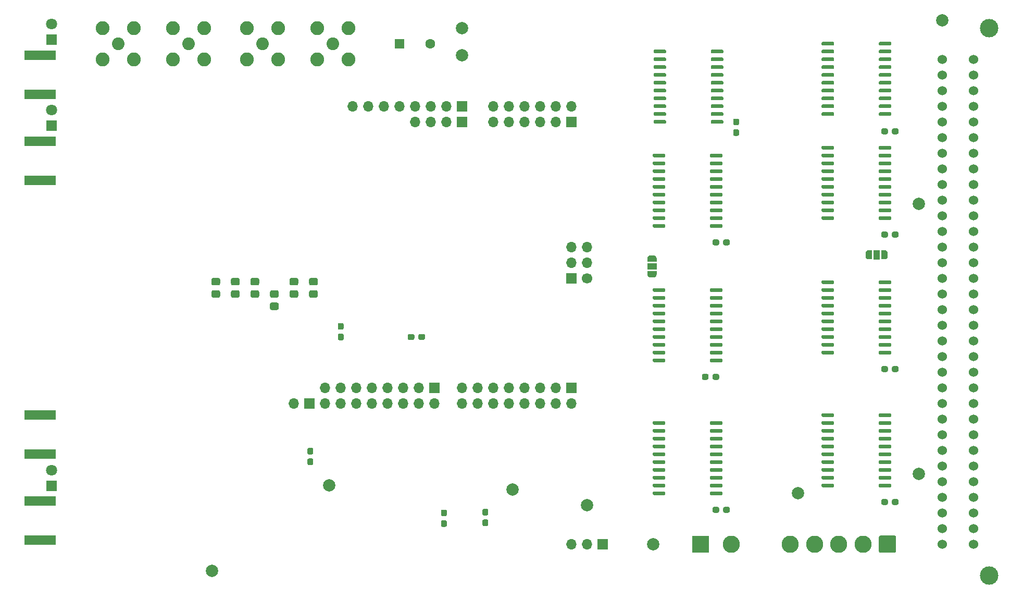
<source format=gbs>
G04 #@! TF.GenerationSoftware,KiCad,Pcbnew,5.1.12-84ad8e8a86~92~ubuntu18.04.1*
G04 #@! TF.CreationDate,2025-07-17T12:35:45+02:00*
G04 #@! TF.ProjectId,FPGA_buffer_board,46504741-5f62-4756-9666-65725f626f61,1.1*
G04 #@! TF.SameCoordinates,Original*
G04 #@! TF.FileFunction,Soldermask,Bot*
G04 #@! TF.FilePolarity,Negative*
%FSLAX46Y46*%
G04 Gerber Fmt 4.6, Leading zero omitted, Abs format (unit mm)*
G04 Created by KiCad (PCBNEW 5.1.12-84ad8e8a86~92~ubuntu18.04.1) date 2025-07-17 12:35:45*
%MOMM*%
%LPD*%
G01*
G04 APERTURE LIST*
%ADD10C,2.800000*%
%ADD11C,1.800000*%
%ADD12R,1.800000X1.800000*%
%ADD13O,1.700000X1.700000*%
%ADD14R,1.700000X1.700000*%
%ADD15R,1.600000X1.600000*%
%ADD16C,1.600000*%
%ADD17R,5.080000X1.500000*%
%ADD18C,0.100000*%
%ADD19R,1.500000X1.000000*%
%ADD20R,1.000000X1.500000*%
%ADD21R,2.800000X2.800000*%
%ADD22C,1.700000*%
%ADD23C,1.524000*%
%ADD24C,3.000000*%
%ADD25C,2.050000*%
%ADD26C,2.250000*%
%ADD27C,2.000000*%
G04 APERTURE END LIST*
G36*
G01*
X231235000Y-138560400D02*
X231235000Y-140839600D01*
G75*
G02*
X230974600Y-141100000I-260400J0D01*
G01*
X228695400Y-141100000D01*
G75*
G02*
X228435000Y-140839600I0J260400D01*
G01*
X228435000Y-138560400D01*
G75*
G02*
X228695400Y-138300000I260400J0D01*
G01*
X230974600Y-138300000D01*
G75*
G02*
X231235000Y-138560400I0J-260400D01*
G01*
G37*
D10*
X225875000Y-139700000D03*
X221915000Y-139700000D03*
X217955000Y-139700000D03*
X213995000Y-139700000D03*
D11*
X94000000Y-127710000D03*
D12*
X94000000Y-130250000D03*
D11*
X94000000Y-69210000D03*
D12*
X94000000Y-71750000D03*
D11*
X94000000Y-55250000D03*
D12*
X94000000Y-57790000D03*
D13*
X165735000Y-68580000D03*
X165735000Y-71120000D03*
X168275000Y-68580000D03*
X168275000Y-71120000D03*
X170815000Y-68580000D03*
X170815000Y-71120000D03*
X173355000Y-68580000D03*
X173355000Y-71120000D03*
X175895000Y-68580000D03*
X175895000Y-71120000D03*
X178435000Y-68580000D03*
D14*
X178435000Y-71120000D03*
G36*
G01*
X201110000Y-71270000D02*
X201110000Y-70970000D01*
G75*
G02*
X201260000Y-70820000I150000J0D01*
G01*
X203010000Y-70820000D01*
G75*
G02*
X203160000Y-70970000I0J-150000D01*
G01*
X203160000Y-71270000D01*
G75*
G02*
X203010000Y-71420000I-150000J0D01*
G01*
X201260000Y-71420000D01*
G75*
G02*
X201110000Y-71270000I0J150000D01*
G01*
G37*
G36*
G01*
X201110000Y-70000000D02*
X201110000Y-69700000D01*
G75*
G02*
X201260000Y-69550000I150000J0D01*
G01*
X203010000Y-69550000D01*
G75*
G02*
X203160000Y-69700000I0J-150000D01*
G01*
X203160000Y-70000000D01*
G75*
G02*
X203010000Y-70150000I-150000J0D01*
G01*
X201260000Y-70150000D01*
G75*
G02*
X201110000Y-70000000I0J150000D01*
G01*
G37*
G36*
G01*
X201110000Y-68730000D02*
X201110000Y-68430000D01*
G75*
G02*
X201260000Y-68280000I150000J0D01*
G01*
X203010000Y-68280000D01*
G75*
G02*
X203160000Y-68430000I0J-150000D01*
G01*
X203160000Y-68730000D01*
G75*
G02*
X203010000Y-68880000I-150000J0D01*
G01*
X201260000Y-68880000D01*
G75*
G02*
X201110000Y-68730000I0J150000D01*
G01*
G37*
G36*
G01*
X201110000Y-67460000D02*
X201110000Y-67160000D01*
G75*
G02*
X201260000Y-67010000I150000J0D01*
G01*
X203010000Y-67010000D01*
G75*
G02*
X203160000Y-67160000I0J-150000D01*
G01*
X203160000Y-67460000D01*
G75*
G02*
X203010000Y-67610000I-150000J0D01*
G01*
X201260000Y-67610000D01*
G75*
G02*
X201110000Y-67460000I0J150000D01*
G01*
G37*
G36*
G01*
X201110000Y-66190000D02*
X201110000Y-65890000D01*
G75*
G02*
X201260000Y-65740000I150000J0D01*
G01*
X203010000Y-65740000D01*
G75*
G02*
X203160000Y-65890000I0J-150000D01*
G01*
X203160000Y-66190000D01*
G75*
G02*
X203010000Y-66340000I-150000J0D01*
G01*
X201260000Y-66340000D01*
G75*
G02*
X201110000Y-66190000I0J150000D01*
G01*
G37*
G36*
G01*
X201110000Y-64920000D02*
X201110000Y-64620000D01*
G75*
G02*
X201260000Y-64470000I150000J0D01*
G01*
X203010000Y-64470000D01*
G75*
G02*
X203160000Y-64620000I0J-150000D01*
G01*
X203160000Y-64920000D01*
G75*
G02*
X203010000Y-65070000I-150000J0D01*
G01*
X201260000Y-65070000D01*
G75*
G02*
X201110000Y-64920000I0J150000D01*
G01*
G37*
G36*
G01*
X201110000Y-63650000D02*
X201110000Y-63350000D01*
G75*
G02*
X201260000Y-63200000I150000J0D01*
G01*
X203010000Y-63200000D01*
G75*
G02*
X203160000Y-63350000I0J-150000D01*
G01*
X203160000Y-63650000D01*
G75*
G02*
X203010000Y-63800000I-150000J0D01*
G01*
X201260000Y-63800000D01*
G75*
G02*
X201110000Y-63650000I0J150000D01*
G01*
G37*
G36*
G01*
X201110000Y-62380000D02*
X201110000Y-62080000D01*
G75*
G02*
X201260000Y-61930000I150000J0D01*
G01*
X203010000Y-61930000D01*
G75*
G02*
X203160000Y-62080000I0J-150000D01*
G01*
X203160000Y-62380000D01*
G75*
G02*
X203010000Y-62530000I-150000J0D01*
G01*
X201260000Y-62530000D01*
G75*
G02*
X201110000Y-62380000I0J150000D01*
G01*
G37*
G36*
G01*
X201110000Y-61110000D02*
X201110000Y-60810000D01*
G75*
G02*
X201260000Y-60660000I150000J0D01*
G01*
X203010000Y-60660000D01*
G75*
G02*
X203160000Y-60810000I0J-150000D01*
G01*
X203160000Y-61110000D01*
G75*
G02*
X203010000Y-61260000I-150000J0D01*
G01*
X201260000Y-61260000D01*
G75*
G02*
X201110000Y-61110000I0J150000D01*
G01*
G37*
G36*
G01*
X201110000Y-59840000D02*
X201110000Y-59540000D01*
G75*
G02*
X201260000Y-59390000I150000J0D01*
G01*
X203010000Y-59390000D01*
G75*
G02*
X203160000Y-59540000I0J-150000D01*
G01*
X203160000Y-59840000D01*
G75*
G02*
X203010000Y-59990000I-150000J0D01*
G01*
X201260000Y-59990000D01*
G75*
G02*
X201110000Y-59840000I0J150000D01*
G01*
G37*
G36*
G01*
X191810000Y-59840000D02*
X191810000Y-59540000D01*
G75*
G02*
X191960000Y-59390000I150000J0D01*
G01*
X193710000Y-59390000D01*
G75*
G02*
X193860000Y-59540000I0J-150000D01*
G01*
X193860000Y-59840000D01*
G75*
G02*
X193710000Y-59990000I-150000J0D01*
G01*
X191960000Y-59990000D01*
G75*
G02*
X191810000Y-59840000I0J150000D01*
G01*
G37*
G36*
G01*
X191810000Y-61110000D02*
X191810000Y-60810000D01*
G75*
G02*
X191960000Y-60660000I150000J0D01*
G01*
X193710000Y-60660000D01*
G75*
G02*
X193860000Y-60810000I0J-150000D01*
G01*
X193860000Y-61110000D01*
G75*
G02*
X193710000Y-61260000I-150000J0D01*
G01*
X191960000Y-61260000D01*
G75*
G02*
X191810000Y-61110000I0J150000D01*
G01*
G37*
G36*
G01*
X191810000Y-62380000D02*
X191810000Y-62080000D01*
G75*
G02*
X191960000Y-61930000I150000J0D01*
G01*
X193710000Y-61930000D01*
G75*
G02*
X193860000Y-62080000I0J-150000D01*
G01*
X193860000Y-62380000D01*
G75*
G02*
X193710000Y-62530000I-150000J0D01*
G01*
X191960000Y-62530000D01*
G75*
G02*
X191810000Y-62380000I0J150000D01*
G01*
G37*
G36*
G01*
X191810000Y-63650000D02*
X191810000Y-63350000D01*
G75*
G02*
X191960000Y-63200000I150000J0D01*
G01*
X193710000Y-63200000D01*
G75*
G02*
X193860000Y-63350000I0J-150000D01*
G01*
X193860000Y-63650000D01*
G75*
G02*
X193710000Y-63800000I-150000J0D01*
G01*
X191960000Y-63800000D01*
G75*
G02*
X191810000Y-63650000I0J150000D01*
G01*
G37*
G36*
G01*
X191810000Y-64920000D02*
X191810000Y-64620000D01*
G75*
G02*
X191960000Y-64470000I150000J0D01*
G01*
X193710000Y-64470000D01*
G75*
G02*
X193860000Y-64620000I0J-150000D01*
G01*
X193860000Y-64920000D01*
G75*
G02*
X193710000Y-65070000I-150000J0D01*
G01*
X191960000Y-65070000D01*
G75*
G02*
X191810000Y-64920000I0J150000D01*
G01*
G37*
G36*
G01*
X191810000Y-66190000D02*
X191810000Y-65890000D01*
G75*
G02*
X191960000Y-65740000I150000J0D01*
G01*
X193710000Y-65740000D01*
G75*
G02*
X193860000Y-65890000I0J-150000D01*
G01*
X193860000Y-66190000D01*
G75*
G02*
X193710000Y-66340000I-150000J0D01*
G01*
X191960000Y-66340000D01*
G75*
G02*
X191810000Y-66190000I0J150000D01*
G01*
G37*
G36*
G01*
X191810000Y-67460000D02*
X191810000Y-67160000D01*
G75*
G02*
X191960000Y-67010000I150000J0D01*
G01*
X193710000Y-67010000D01*
G75*
G02*
X193860000Y-67160000I0J-150000D01*
G01*
X193860000Y-67460000D01*
G75*
G02*
X193710000Y-67610000I-150000J0D01*
G01*
X191960000Y-67610000D01*
G75*
G02*
X191810000Y-67460000I0J150000D01*
G01*
G37*
G36*
G01*
X191810000Y-68730000D02*
X191810000Y-68430000D01*
G75*
G02*
X191960000Y-68280000I150000J0D01*
G01*
X193710000Y-68280000D01*
G75*
G02*
X193860000Y-68430000I0J-150000D01*
G01*
X193860000Y-68730000D01*
G75*
G02*
X193710000Y-68880000I-150000J0D01*
G01*
X191960000Y-68880000D01*
G75*
G02*
X191810000Y-68730000I0J150000D01*
G01*
G37*
G36*
G01*
X191810000Y-70000000D02*
X191810000Y-69700000D01*
G75*
G02*
X191960000Y-69550000I150000J0D01*
G01*
X193710000Y-69550000D01*
G75*
G02*
X193860000Y-69700000I0J-150000D01*
G01*
X193860000Y-70000000D01*
G75*
G02*
X193710000Y-70150000I-150000J0D01*
G01*
X191960000Y-70150000D01*
G75*
G02*
X191810000Y-70000000I0J150000D01*
G01*
G37*
G36*
G01*
X191810000Y-71270000D02*
X191810000Y-70970000D01*
G75*
G02*
X191960000Y-70820000I150000J0D01*
G01*
X193710000Y-70820000D01*
G75*
G02*
X193860000Y-70970000I0J-150000D01*
G01*
X193860000Y-71270000D01*
G75*
G02*
X193710000Y-71420000I-150000J0D01*
G01*
X191960000Y-71420000D01*
G75*
G02*
X191810000Y-71270000I0J150000D01*
G01*
G37*
G36*
G01*
X219115000Y-108735000D02*
X219115000Y-108435000D01*
G75*
G02*
X219265000Y-108285000I150000J0D01*
G01*
X221015000Y-108285000D01*
G75*
G02*
X221165000Y-108435000I0J-150000D01*
G01*
X221165000Y-108735000D01*
G75*
G02*
X221015000Y-108885000I-150000J0D01*
G01*
X219265000Y-108885000D01*
G75*
G02*
X219115000Y-108735000I0J150000D01*
G01*
G37*
G36*
G01*
X219115000Y-107465000D02*
X219115000Y-107165000D01*
G75*
G02*
X219265000Y-107015000I150000J0D01*
G01*
X221015000Y-107015000D01*
G75*
G02*
X221165000Y-107165000I0J-150000D01*
G01*
X221165000Y-107465000D01*
G75*
G02*
X221015000Y-107615000I-150000J0D01*
G01*
X219265000Y-107615000D01*
G75*
G02*
X219115000Y-107465000I0J150000D01*
G01*
G37*
G36*
G01*
X219115000Y-106195000D02*
X219115000Y-105895000D01*
G75*
G02*
X219265000Y-105745000I150000J0D01*
G01*
X221015000Y-105745000D01*
G75*
G02*
X221165000Y-105895000I0J-150000D01*
G01*
X221165000Y-106195000D01*
G75*
G02*
X221015000Y-106345000I-150000J0D01*
G01*
X219265000Y-106345000D01*
G75*
G02*
X219115000Y-106195000I0J150000D01*
G01*
G37*
G36*
G01*
X219115000Y-104925000D02*
X219115000Y-104625000D01*
G75*
G02*
X219265000Y-104475000I150000J0D01*
G01*
X221015000Y-104475000D01*
G75*
G02*
X221165000Y-104625000I0J-150000D01*
G01*
X221165000Y-104925000D01*
G75*
G02*
X221015000Y-105075000I-150000J0D01*
G01*
X219265000Y-105075000D01*
G75*
G02*
X219115000Y-104925000I0J150000D01*
G01*
G37*
G36*
G01*
X219115000Y-103655000D02*
X219115000Y-103355000D01*
G75*
G02*
X219265000Y-103205000I150000J0D01*
G01*
X221015000Y-103205000D01*
G75*
G02*
X221165000Y-103355000I0J-150000D01*
G01*
X221165000Y-103655000D01*
G75*
G02*
X221015000Y-103805000I-150000J0D01*
G01*
X219265000Y-103805000D01*
G75*
G02*
X219115000Y-103655000I0J150000D01*
G01*
G37*
G36*
G01*
X219115000Y-102385000D02*
X219115000Y-102085000D01*
G75*
G02*
X219265000Y-101935000I150000J0D01*
G01*
X221015000Y-101935000D01*
G75*
G02*
X221165000Y-102085000I0J-150000D01*
G01*
X221165000Y-102385000D01*
G75*
G02*
X221015000Y-102535000I-150000J0D01*
G01*
X219265000Y-102535000D01*
G75*
G02*
X219115000Y-102385000I0J150000D01*
G01*
G37*
G36*
G01*
X219115000Y-101115000D02*
X219115000Y-100815000D01*
G75*
G02*
X219265000Y-100665000I150000J0D01*
G01*
X221015000Y-100665000D01*
G75*
G02*
X221165000Y-100815000I0J-150000D01*
G01*
X221165000Y-101115000D01*
G75*
G02*
X221015000Y-101265000I-150000J0D01*
G01*
X219265000Y-101265000D01*
G75*
G02*
X219115000Y-101115000I0J150000D01*
G01*
G37*
G36*
G01*
X219115000Y-99845000D02*
X219115000Y-99545000D01*
G75*
G02*
X219265000Y-99395000I150000J0D01*
G01*
X221015000Y-99395000D01*
G75*
G02*
X221165000Y-99545000I0J-150000D01*
G01*
X221165000Y-99845000D01*
G75*
G02*
X221015000Y-99995000I-150000J0D01*
G01*
X219265000Y-99995000D01*
G75*
G02*
X219115000Y-99845000I0J150000D01*
G01*
G37*
G36*
G01*
X219115000Y-98575000D02*
X219115000Y-98275000D01*
G75*
G02*
X219265000Y-98125000I150000J0D01*
G01*
X221015000Y-98125000D01*
G75*
G02*
X221165000Y-98275000I0J-150000D01*
G01*
X221165000Y-98575000D01*
G75*
G02*
X221015000Y-98725000I-150000J0D01*
G01*
X219265000Y-98725000D01*
G75*
G02*
X219115000Y-98575000I0J150000D01*
G01*
G37*
G36*
G01*
X219115000Y-97305000D02*
X219115000Y-97005000D01*
G75*
G02*
X219265000Y-96855000I150000J0D01*
G01*
X221015000Y-96855000D01*
G75*
G02*
X221165000Y-97005000I0J-150000D01*
G01*
X221165000Y-97305000D01*
G75*
G02*
X221015000Y-97455000I-150000J0D01*
G01*
X219265000Y-97455000D01*
G75*
G02*
X219115000Y-97305000I0J150000D01*
G01*
G37*
G36*
G01*
X228415000Y-97305000D02*
X228415000Y-97005000D01*
G75*
G02*
X228565000Y-96855000I150000J0D01*
G01*
X230315000Y-96855000D01*
G75*
G02*
X230465000Y-97005000I0J-150000D01*
G01*
X230465000Y-97305000D01*
G75*
G02*
X230315000Y-97455000I-150000J0D01*
G01*
X228565000Y-97455000D01*
G75*
G02*
X228415000Y-97305000I0J150000D01*
G01*
G37*
G36*
G01*
X228415000Y-98575000D02*
X228415000Y-98275000D01*
G75*
G02*
X228565000Y-98125000I150000J0D01*
G01*
X230315000Y-98125000D01*
G75*
G02*
X230465000Y-98275000I0J-150000D01*
G01*
X230465000Y-98575000D01*
G75*
G02*
X230315000Y-98725000I-150000J0D01*
G01*
X228565000Y-98725000D01*
G75*
G02*
X228415000Y-98575000I0J150000D01*
G01*
G37*
G36*
G01*
X228415000Y-99845000D02*
X228415000Y-99545000D01*
G75*
G02*
X228565000Y-99395000I150000J0D01*
G01*
X230315000Y-99395000D01*
G75*
G02*
X230465000Y-99545000I0J-150000D01*
G01*
X230465000Y-99845000D01*
G75*
G02*
X230315000Y-99995000I-150000J0D01*
G01*
X228565000Y-99995000D01*
G75*
G02*
X228415000Y-99845000I0J150000D01*
G01*
G37*
G36*
G01*
X228415000Y-101115000D02*
X228415000Y-100815000D01*
G75*
G02*
X228565000Y-100665000I150000J0D01*
G01*
X230315000Y-100665000D01*
G75*
G02*
X230465000Y-100815000I0J-150000D01*
G01*
X230465000Y-101115000D01*
G75*
G02*
X230315000Y-101265000I-150000J0D01*
G01*
X228565000Y-101265000D01*
G75*
G02*
X228415000Y-101115000I0J150000D01*
G01*
G37*
G36*
G01*
X228415000Y-102385000D02*
X228415000Y-102085000D01*
G75*
G02*
X228565000Y-101935000I150000J0D01*
G01*
X230315000Y-101935000D01*
G75*
G02*
X230465000Y-102085000I0J-150000D01*
G01*
X230465000Y-102385000D01*
G75*
G02*
X230315000Y-102535000I-150000J0D01*
G01*
X228565000Y-102535000D01*
G75*
G02*
X228415000Y-102385000I0J150000D01*
G01*
G37*
G36*
G01*
X228415000Y-103655000D02*
X228415000Y-103355000D01*
G75*
G02*
X228565000Y-103205000I150000J0D01*
G01*
X230315000Y-103205000D01*
G75*
G02*
X230465000Y-103355000I0J-150000D01*
G01*
X230465000Y-103655000D01*
G75*
G02*
X230315000Y-103805000I-150000J0D01*
G01*
X228565000Y-103805000D01*
G75*
G02*
X228415000Y-103655000I0J150000D01*
G01*
G37*
G36*
G01*
X228415000Y-104925000D02*
X228415000Y-104625000D01*
G75*
G02*
X228565000Y-104475000I150000J0D01*
G01*
X230315000Y-104475000D01*
G75*
G02*
X230465000Y-104625000I0J-150000D01*
G01*
X230465000Y-104925000D01*
G75*
G02*
X230315000Y-105075000I-150000J0D01*
G01*
X228565000Y-105075000D01*
G75*
G02*
X228415000Y-104925000I0J150000D01*
G01*
G37*
G36*
G01*
X228415000Y-106195000D02*
X228415000Y-105895000D01*
G75*
G02*
X228565000Y-105745000I150000J0D01*
G01*
X230315000Y-105745000D01*
G75*
G02*
X230465000Y-105895000I0J-150000D01*
G01*
X230465000Y-106195000D01*
G75*
G02*
X230315000Y-106345000I-150000J0D01*
G01*
X228565000Y-106345000D01*
G75*
G02*
X228415000Y-106195000I0J150000D01*
G01*
G37*
G36*
G01*
X228415000Y-107465000D02*
X228415000Y-107165000D01*
G75*
G02*
X228565000Y-107015000I150000J0D01*
G01*
X230315000Y-107015000D01*
G75*
G02*
X230465000Y-107165000I0J-150000D01*
G01*
X230465000Y-107465000D01*
G75*
G02*
X230315000Y-107615000I-150000J0D01*
G01*
X228565000Y-107615000D01*
G75*
G02*
X228415000Y-107465000I0J150000D01*
G01*
G37*
G36*
G01*
X228415000Y-108735000D02*
X228415000Y-108435000D01*
G75*
G02*
X228565000Y-108285000I150000J0D01*
G01*
X230315000Y-108285000D01*
G75*
G02*
X230465000Y-108435000I0J-150000D01*
G01*
X230465000Y-108735000D01*
G75*
G02*
X230315000Y-108885000I-150000J0D01*
G01*
X228565000Y-108885000D01*
G75*
G02*
X228415000Y-108735000I0J150000D01*
G01*
G37*
G36*
G01*
X219115000Y-130325000D02*
X219115000Y-130025000D01*
G75*
G02*
X219265000Y-129875000I150000J0D01*
G01*
X221015000Y-129875000D01*
G75*
G02*
X221165000Y-130025000I0J-150000D01*
G01*
X221165000Y-130325000D01*
G75*
G02*
X221015000Y-130475000I-150000J0D01*
G01*
X219265000Y-130475000D01*
G75*
G02*
X219115000Y-130325000I0J150000D01*
G01*
G37*
G36*
G01*
X219115000Y-129055000D02*
X219115000Y-128755000D01*
G75*
G02*
X219265000Y-128605000I150000J0D01*
G01*
X221015000Y-128605000D01*
G75*
G02*
X221165000Y-128755000I0J-150000D01*
G01*
X221165000Y-129055000D01*
G75*
G02*
X221015000Y-129205000I-150000J0D01*
G01*
X219265000Y-129205000D01*
G75*
G02*
X219115000Y-129055000I0J150000D01*
G01*
G37*
G36*
G01*
X219115000Y-127785000D02*
X219115000Y-127485000D01*
G75*
G02*
X219265000Y-127335000I150000J0D01*
G01*
X221015000Y-127335000D01*
G75*
G02*
X221165000Y-127485000I0J-150000D01*
G01*
X221165000Y-127785000D01*
G75*
G02*
X221015000Y-127935000I-150000J0D01*
G01*
X219265000Y-127935000D01*
G75*
G02*
X219115000Y-127785000I0J150000D01*
G01*
G37*
G36*
G01*
X219115000Y-126515000D02*
X219115000Y-126215000D01*
G75*
G02*
X219265000Y-126065000I150000J0D01*
G01*
X221015000Y-126065000D01*
G75*
G02*
X221165000Y-126215000I0J-150000D01*
G01*
X221165000Y-126515000D01*
G75*
G02*
X221015000Y-126665000I-150000J0D01*
G01*
X219265000Y-126665000D01*
G75*
G02*
X219115000Y-126515000I0J150000D01*
G01*
G37*
G36*
G01*
X219115000Y-125245000D02*
X219115000Y-124945000D01*
G75*
G02*
X219265000Y-124795000I150000J0D01*
G01*
X221015000Y-124795000D01*
G75*
G02*
X221165000Y-124945000I0J-150000D01*
G01*
X221165000Y-125245000D01*
G75*
G02*
X221015000Y-125395000I-150000J0D01*
G01*
X219265000Y-125395000D01*
G75*
G02*
X219115000Y-125245000I0J150000D01*
G01*
G37*
G36*
G01*
X219115000Y-123975000D02*
X219115000Y-123675000D01*
G75*
G02*
X219265000Y-123525000I150000J0D01*
G01*
X221015000Y-123525000D01*
G75*
G02*
X221165000Y-123675000I0J-150000D01*
G01*
X221165000Y-123975000D01*
G75*
G02*
X221015000Y-124125000I-150000J0D01*
G01*
X219265000Y-124125000D01*
G75*
G02*
X219115000Y-123975000I0J150000D01*
G01*
G37*
G36*
G01*
X219115000Y-122705000D02*
X219115000Y-122405000D01*
G75*
G02*
X219265000Y-122255000I150000J0D01*
G01*
X221015000Y-122255000D01*
G75*
G02*
X221165000Y-122405000I0J-150000D01*
G01*
X221165000Y-122705000D01*
G75*
G02*
X221015000Y-122855000I-150000J0D01*
G01*
X219265000Y-122855000D01*
G75*
G02*
X219115000Y-122705000I0J150000D01*
G01*
G37*
G36*
G01*
X219115000Y-121435000D02*
X219115000Y-121135000D01*
G75*
G02*
X219265000Y-120985000I150000J0D01*
G01*
X221015000Y-120985000D01*
G75*
G02*
X221165000Y-121135000I0J-150000D01*
G01*
X221165000Y-121435000D01*
G75*
G02*
X221015000Y-121585000I-150000J0D01*
G01*
X219265000Y-121585000D01*
G75*
G02*
X219115000Y-121435000I0J150000D01*
G01*
G37*
G36*
G01*
X219115000Y-120165000D02*
X219115000Y-119865000D01*
G75*
G02*
X219265000Y-119715000I150000J0D01*
G01*
X221015000Y-119715000D01*
G75*
G02*
X221165000Y-119865000I0J-150000D01*
G01*
X221165000Y-120165000D01*
G75*
G02*
X221015000Y-120315000I-150000J0D01*
G01*
X219265000Y-120315000D01*
G75*
G02*
X219115000Y-120165000I0J150000D01*
G01*
G37*
G36*
G01*
X219115000Y-118895000D02*
X219115000Y-118595000D01*
G75*
G02*
X219265000Y-118445000I150000J0D01*
G01*
X221015000Y-118445000D01*
G75*
G02*
X221165000Y-118595000I0J-150000D01*
G01*
X221165000Y-118895000D01*
G75*
G02*
X221015000Y-119045000I-150000J0D01*
G01*
X219265000Y-119045000D01*
G75*
G02*
X219115000Y-118895000I0J150000D01*
G01*
G37*
G36*
G01*
X228415000Y-118895000D02*
X228415000Y-118595000D01*
G75*
G02*
X228565000Y-118445000I150000J0D01*
G01*
X230315000Y-118445000D01*
G75*
G02*
X230465000Y-118595000I0J-150000D01*
G01*
X230465000Y-118895000D01*
G75*
G02*
X230315000Y-119045000I-150000J0D01*
G01*
X228565000Y-119045000D01*
G75*
G02*
X228415000Y-118895000I0J150000D01*
G01*
G37*
G36*
G01*
X228415000Y-120165000D02*
X228415000Y-119865000D01*
G75*
G02*
X228565000Y-119715000I150000J0D01*
G01*
X230315000Y-119715000D01*
G75*
G02*
X230465000Y-119865000I0J-150000D01*
G01*
X230465000Y-120165000D01*
G75*
G02*
X230315000Y-120315000I-150000J0D01*
G01*
X228565000Y-120315000D01*
G75*
G02*
X228415000Y-120165000I0J150000D01*
G01*
G37*
G36*
G01*
X228415000Y-121435000D02*
X228415000Y-121135000D01*
G75*
G02*
X228565000Y-120985000I150000J0D01*
G01*
X230315000Y-120985000D01*
G75*
G02*
X230465000Y-121135000I0J-150000D01*
G01*
X230465000Y-121435000D01*
G75*
G02*
X230315000Y-121585000I-150000J0D01*
G01*
X228565000Y-121585000D01*
G75*
G02*
X228415000Y-121435000I0J150000D01*
G01*
G37*
G36*
G01*
X228415000Y-122705000D02*
X228415000Y-122405000D01*
G75*
G02*
X228565000Y-122255000I150000J0D01*
G01*
X230315000Y-122255000D01*
G75*
G02*
X230465000Y-122405000I0J-150000D01*
G01*
X230465000Y-122705000D01*
G75*
G02*
X230315000Y-122855000I-150000J0D01*
G01*
X228565000Y-122855000D01*
G75*
G02*
X228415000Y-122705000I0J150000D01*
G01*
G37*
G36*
G01*
X228415000Y-123975000D02*
X228415000Y-123675000D01*
G75*
G02*
X228565000Y-123525000I150000J0D01*
G01*
X230315000Y-123525000D01*
G75*
G02*
X230465000Y-123675000I0J-150000D01*
G01*
X230465000Y-123975000D01*
G75*
G02*
X230315000Y-124125000I-150000J0D01*
G01*
X228565000Y-124125000D01*
G75*
G02*
X228415000Y-123975000I0J150000D01*
G01*
G37*
G36*
G01*
X228415000Y-125245000D02*
X228415000Y-124945000D01*
G75*
G02*
X228565000Y-124795000I150000J0D01*
G01*
X230315000Y-124795000D01*
G75*
G02*
X230465000Y-124945000I0J-150000D01*
G01*
X230465000Y-125245000D01*
G75*
G02*
X230315000Y-125395000I-150000J0D01*
G01*
X228565000Y-125395000D01*
G75*
G02*
X228415000Y-125245000I0J150000D01*
G01*
G37*
G36*
G01*
X228415000Y-126515000D02*
X228415000Y-126215000D01*
G75*
G02*
X228565000Y-126065000I150000J0D01*
G01*
X230315000Y-126065000D01*
G75*
G02*
X230465000Y-126215000I0J-150000D01*
G01*
X230465000Y-126515000D01*
G75*
G02*
X230315000Y-126665000I-150000J0D01*
G01*
X228565000Y-126665000D01*
G75*
G02*
X228415000Y-126515000I0J150000D01*
G01*
G37*
G36*
G01*
X228415000Y-127785000D02*
X228415000Y-127485000D01*
G75*
G02*
X228565000Y-127335000I150000J0D01*
G01*
X230315000Y-127335000D01*
G75*
G02*
X230465000Y-127485000I0J-150000D01*
G01*
X230465000Y-127785000D01*
G75*
G02*
X230315000Y-127935000I-150000J0D01*
G01*
X228565000Y-127935000D01*
G75*
G02*
X228415000Y-127785000I0J150000D01*
G01*
G37*
G36*
G01*
X228415000Y-129055000D02*
X228415000Y-128755000D01*
G75*
G02*
X228565000Y-128605000I150000J0D01*
G01*
X230315000Y-128605000D01*
G75*
G02*
X230465000Y-128755000I0J-150000D01*
G01*
X230465000Y-129055000D01*
G75*
G02*
X230315000Y-129205000I-150000J0D01*
G01*
X228565000Y-129205000D01*
G75*
G02*
X228415000Y-129055000I0J150000D01*
G01*
G37*
G36*
G01*
X228415000Y-130325000D02*
X228415000Y-130025000D01*
G75*
G02*
X228565000Y-129875000I150000J0D01*
G01*
X230315000Y-129875000D01*
G75*
G02*
X230465000Y-130025000I0J-150000D01*
G01*
X230465000Y-130325000D01*
G75*
G02*
X230315000Y-130475000I-150000J0D01*
G01*
X228565000Y-130475000D01*
G75*
G02*
X228415000Y-130325000I0J150000D01*
G01*
G37*
D15*
X150495000Y-58420000D03*
D16*
X155495000Y-58420000D03*
D14*
X183515000Y-139700000D03*
D13*
X180975000Y-139700000D03*
X178435000Y-139700000D03*
D17*
X92075000Y-132715000D03*
X92075000Y-139065000D03*
X92075000Y-125095000D03*
X92075000Y-118745000D03*
D18*
G36*
X192299398Y-95880000D02*
G01*
X192299398Y-95904534D01*
X192294588Y-95953365D01*
X192285016Y-96001490D01*
X192270772Y-96048445D01*
X192251995Y-96093778D01*
X192228864Y-96137051D01*
X192201604Y-96177850D01*
X192170476Y-96215779D01*
X192135779Y-96250476D01*
X192097850Y-96281604D01*
X192057051Y-96308864D01*
X192013778Y-96331995D01*
X191968445Y-96350772D01*
X191921490Y-96365016D01*
X191873365Y-96374588D01*
X191824534Y-96379398D01*
X191800000Y-96379398D01*
X191800000Y-96380000D01*
X191300000Y-96380000D01*
X191300000Y-96379398D01*
X191275466Y-96379398D01*
X191226635Y-96374588D01*
X191178510Y-96365016D01*
X191131555Y-96350772D01*
X191086222Y-96331995D01*
X191042949Y-96308864D01*
X191002150Y-96281604D01*
X190964221Y-96250476D01*
X190929524Y-96215779D01*
X190898396Y-96177850D01*
X190871136Y-96137051D01*
X190848005Y-96093778D01*
X190829228Y-96048445D01*
X190814984Y-96001490D01*
X190805412Y-95953365D01*
X190800602Y-95904534D01*
X190800602Y-95880000D01*
X190800000Y-95880000D01*
X190800000Y-95330000D01*
X192300000Y-95330000D01*
X192300000Y-95880000D01*
X192299398Y-95880000D01*
G37*
D19*
X191550000Y-94580000D03*
D18*
G36*
X190800000Y-93830000D02*
G01*
X190800000Y-93280000D01*
X190800602Y-93280000D01*
X190800602Y-93255466D01*
X190805412Y-93206635D01*
X190814984Y-93158510D01*
X190829228Y-93111555D01*
X190848005Y-93066222D01*
X190871136Y-93022949D01*
X190898396Y-92982150D01*
X190929524Y-92944221D01*
X190964221Y-92909524D01*
X191002150Y-92878396D01*
X191042949Y-92851136D01*
X191086222Y-92828005D01*
X191131555Y-92809228D01*
X191178510Y-92794984D01*
X191226635Y-92785412D01*
X191275466Y-92780602D01*
X191300000Y-92780602D01*
X191300000Y-92780000D01*
X191800000Y-92780000D01*
X191800000Y-92780602D01*
X191824534Y-92780602D01*
X191873365Y-92785412D01*
X191921490Y-92794984D01*
X191968445Y-92809228D01*
X192013778Y-92828005D01*
X192057051Y-92851136D01*
X192097850Y-92878396D01*
X192135779Y-92909524D01*
X192170476Y-92944221D01*
X192201604Y-92982150D01*
X192228864Y-93022949D01*
X192251995Y-93066222D01*
X192270772Y-93111555D01*
X192285016Y-93158510D01*
X192294588Y-93206635D01*
X192299398Y-93255466D01*
X192299398Y-93280000D01*
X192300000Y-93280000D01*
X192300000Y-93830000D01*
X190800000Y-93830000D01*
G37*
G36*
G01*
X200983000Y-88161000D02*
X200983000Y-87861000D01*
G75*
G02*
X201133000Y-87711000I150000J0D01*
G01*
X202883000Y-87711000D01*
G75*
G02*
X203033000Y-87861000I0J-150000D01*
G01*
X203033000Y-88161000D01*
G75*
G02*
X202883000Y-88311000I-150000J0D01*
G01*
X201133000Y-88311000D01*
G75*
G02*
X200983000Y-88161000I0J150000D01*
G01*
G37*
G36*
G01*
X200983000Y-86891000D02*
X200983000Y-86591000D01*
G75*
G02*
X201133000Y-86441000I150000J0D01*
G01*
X202883000Y-86441000D01*
G75*
G02*
X203033000Y-86591000I0J-150000D01*
G01*
X203033000Y-86891000D01*
G75*
G02*
X202883000Y-87041000I-150000J0D01*
G01*
X201133000Y-87041000D01*
G75*
G02*
X200983000Y-86891000I0J150000D01*
G01*
G37*
G36*
G01*
X200983000Y-85621000D02*
X200983000Y-85321000D01*
G75*
G02*
X201133000Y-85171000I150000J0D01*
G01*
X202883000Y-85171000D01*
G75*
G02*
X203033000Y-85321000I0J-150000D01*
G01*
X203033000Y-85621000D01*
G75*
G02*
X202883000Y-85771000I-150000J0D01*
G01*
X201133000Y-85771000D01*
G75*
G02*
X200983000Y-85621000I0J150000D01*
G01*
G37*
G36*
G01*
X200983000Y-84351000D02*
X200983000Y-84051000D01*
G75*
G02*
X201133000Y-83901000I150000J0D01*
G01*
X202883000Y-83901000D01*
G75*
G02*
X203033000Y-84051000I0J-150000D01*
G01*
X203033000Y-84351000D01*
G75*
G02*
X202883000Y-84501000I-150000J0D01*
G01*
X201133000Y-84501000D01*
G75*
G02*
X200983000Y-84351000I0J150000D01*
G01*
G37*
G36*
G01*
X200983000Y-83081000D02*
X200983000Y-82781000D01*
G75*
G02*
X201133000Y-82631000I150000J0D01*
G01*
X202883000Y-82631000D01*
G75*
G02*
X203033000Y-82781000I0J-150000D01*
G01*
X203033000Y-83081000D01*
G75*
G02*
X202883000Y-83231000I-150000J0D01*
G01*
X201133000Y-83231000D01*
G75*
G02*
X200983000Y-83081000I0J150000D01*
G01*
G37*
G36*
G01*
X200983000Y-81811000D02*
X200983000Y-81511000D01*
G75*
G02*
X201133000Y-81361000I150000J0D01*
G01*
X202883000Y-81361000D01*
G75*
G02*
X203033000Y-81511000I0J-150000D01*
G01*
X203033000Y-81811000D01*
G75*
G02*
X202883000Y-81961000I-150000J0D01*
G01*
X201133000Y-81961000D01*
G75*
G02*
X200983000Y-81811000I0J150000D01*
G01*
G37*
G36*
G01*
X200983000Y-80541000D02*
X200983000Y-80241000D01*
G75*
G02*
X201133000Y-80091000I150000J0D01*
G01*
X202883000Y-80091000D01*
G75*
G02*
X203033000Y-80241000I0J-150000D01*
G01*
X203033000Y-80541000D01*
G75*
G02*
X202883000Y-80691000I-150000J0D01*
G01*
X201133000Y-80691000D01*
G75*
G02*
X200983000Y-80541000I0J150000D01*
G01*
G37*
G36*
G01*
X200983000Y-79271000D02*
X200983000Y-78971000D01*
G75*
G02*
X201133000Y-78821000I150000J0D01*
G01*
X202883000Y-78821000D01*
G75*
G02*
X203033000Y-78971000I0J-150000D01*
G01*
X203033000Y-79271000D01*
G75*
G02*
X202883000Y-79421000I-150000J0D01*
G01*
X201133000Y-79421000D01*
G75*
G02*
X200983000Y-79271000I0J150000D01*
G01*
G37*
G36*
G01*
X200983000Y-78001000D02*
X200983000Y-77701000D01*
G75*
G02*
X201133000Y-77551000I150000J0D01*
G01*
X202883000Y-77551000D01*
G75*
G02*
X203033000Y-77701000I0J-150000D01*
G01*
X203033000Y-78001000D01*
G75*
G02*
X202883000Y-78151000I-150000J0D01*
G01*
X201133000Y-78151000D01*
G75*
G02*
X200983000Y-78001000I0J150000D01*
G01*
G37*
G36*
G01*
X200983000Y-76731000D02*
X200983000Y-76431000D01*
G75*
G02*
X201133000Y-76281000I150000J0D01*
G01*
X202883000Y-76281000D01*
G75*
G02*
X203033000Y-76431000I0J-150000D01*
G01*
X203033000Y-76731000D01*
G75*
G02*
X202883000Y-76881000I-150000J0D01*
G01*
X201133000Y-76881000D01*
G75*
G02*
X200983000Y-76731000I0J150000D01*
G01*
G37*
G36*
G01*
X191683000Y-76731000D02*
X191683000Y-76431000D01*
G75*
G02*
X191833000Y-76281000I150000J0D01*
G01*
X193583000Y-76281000D01*
G75*
G02*
X193733000Y-76431000I0J-150000D01*
G01*
X193733000Y-76731000D01*
G75*
G02*
X193583000Y-76881000I-150000J0D01*
G01*
X191833000Y-76881000D01*
G75*
G02*
X191683000Y-76731000I0J150000D01*
G01*
G37*
G36*
G01*
X191683000Y-78001000D02*
X191683000Y-77701000D01*
G75*
G02*
X191833000Y-77551000I150000J0D01*
G01*
X193583000Y-77551000D01*
G75*
G02*
X193733000Y-77701000I0J-150000D01*
G01*
X193733000Y-78001000D01*
G75*
G02*
X193583000Y-78151000I-150000J0D01*
G01*
X191833000Y-78151000D01*
G75*
G02*
X191683000Y-78001000I0J150000D01*
G01*
G37*
G36*
G01*
X191683000Y-79271000D02*
X191683000Y-78971000D01*
G75*
G02*
X191833000Y-78821000I150000J0D01*
G01*
X193583000Y-78821000D01*
G75*
G02*
X193733000Y-78971000I0J-150000D01*
G01*
X193733000Y-79271000D01*
G75*
G02*
X193583000Y-79421000I-150000J0D01*
G01*
X191833000Y-79421000D01*
G75*
G02*
X191683000Y-79271000I0J150000D01*
G01*
G37*
G36*
G01*
X191683000Y-80541000D02*
X191683000Y-80241000D01*
G75*
G02*
X191833000Y-80091000I150000J0D01*
G01*
X193583000Y-80091000D01*
G75*
G02*
X193733000Y-80241000I0J-150000D01*
G01*
X193733000Y-80541000D01*
G75*
G02*
X193583000Y-80691000I-150000J0D01*
G01*
X191833000Y-80691000D01*
G75*
G02*
X191683000Y-80541000I0J150000D01*
G01*
G37*
G36*
G01*
X191683000Y-81811000D02*
X191683000Y-81511000D01*
G75*
G02*
X191833000Y-81361000I150000J0D01*
G01*
X193583000Y-81361000D01*
G75*
G02*
X193733000Y-81511000I0J-150000D01*
G01*
X193733000Y-81811000D01*
G75*
G02*
X193583000Y-81961000I-150000J0D01*
G01*
X191833000Y-81961000D01*
G75*
G02*
X191683000Y-81811000I0J150000D01*
G01*
G37*
G36*
G01*
X191683000Y-83081000D02*
X191683000Y-82781000D01*
G75*
G02*
X191833000Y-82631000I150000J0D01*
G01*
X193583000Y-82631000D01*
G75*
G02*
X193733000Y-82781000I0J-150000D01*
G01*
X193733000Y-83081000D01*
G75*
G02*
X193583000Y-83231000I-150000J0D01*
G01*
X191833000Y-83231000D01*
G75*
G02*
X191683000Y-83081000I0J150000D01*
G01*
G37*
G36*
G01*
X191683000Y-84351000D02*
X191683000Y-84051000D01*
G75*
G02*
X191833000Y-83901000I150000J0D01*
G01*
X193583000Y-83901000D01*
G75*
G02*
X193733000Y-84051000I0J-150000D01*
G01*
X193733000Y-84351000D01*
G75*
G02*
X193583000Y-84501000I-150000J0D01*
G01*
X191833000Y-84501000D01*
G75*
G02*
X191683000Y-84351000I0J150000D01*
G01*
G37*
G36*
G01*
X191683000Y-85621000D02*
X191683000Y-85321000D01*
G75*
G02*
X191833000Y-85171000I150000J0D01*
G01*
X193583000Y-85171000D01*
G75*
G02*
X193733000Y-85321000I0J-150000D01*
G01*
X193733000Y-85621000D01*
G75*
G02*
X193583000Y-85771000I-150000J0D01*
G01*
X191833000Y-85771000D01*
G75*
G02*
X191683000Y-85621000I0J150000D01*
G01*
G37*
G36*
G01*
X191683000Y-86891000D02*
X191683000Y-86591000D01*
G75*
G02*
X191833000Y-86441000I150000J0D01*
G01*
X193583000Y-86441000D01*
G75*
G02*
X193733000Y-86591000I0J-150000D01*
G01*
X193733000Y-86891000D01*
G75*
G02*
X193583000Y-87041000I-150000J0D01*
G01*
X191833000Y-87041000D01*
G75*
G02*
X191683000Y-86891000I0J150000D01*
G01*
G37*
G36*
G01*
X191683000Y-88161000D02*
X191683000Y-87861000D01*
G75*
G02*
X191833000Y-87711000I150000J0D01*
G01*
X193583000Y-87711000D01*
G75*
G02*
X193733000Y-87861000I0J-150000D01*
G01*
X193733000Y-88161000D01*
G75*
G02*
X193583000Y-88311000I-150000J0D01*
G01*
X191833000Y-88311000D01*
G75*
G02*
X191683000Y-88161000I0J150000D01*
G01*
G37*
G36*
G01*
X191683000Y-110005000D02*
X191683000Y-109705000D01*
G75*
G02*
X191833000Y-109555000I150000J0D01*
G01*
X193583000Y-109555000D01*
G75*
G02*
X193733000Y-109705000I0J-150000D01*
G01*
X193733000Y-110005000D01*
G75*
G02*
X193583000Y-110155000I-150000J0D01*
G01*
X191833000Y-110155000D01*
G75*
G02*
X191683000Y-110005000I0J150000D01*
G01*
G37*
G36*
G01*
X191683000Y-108735000D02*
X191683000Y-108435000D01*
G75*
G02*
X191833000Y-108285000I150000J0D01*
G01*
X193583000Y-108285000D01*
G75*
G02*
X193733000Y-108435000I0J-150000D01*
G01*
X193733000Y-108735000D01*
G75*
G02*
X193583000Y-108885000I-150000J0D01*
G01*
X191833000Y-108885000D01*
G75*
G02*
X191683000Y-108735000I0J150000D01*
G01*
G37*
G36*
G01*
X191683000Y-107465000D02*
X191683000Y-107165000D01*
G75*
G02*
X191833000Y-107015000I150000J0D01*
G01*
X193583000Y-107015000D01*
G75*
G02*
X193733000Y-107165000I0J-150000D01*
G01*
X193733000Y-107465000D01*
G75*
G02*
X193583000Y-107615000I-150000J0D01*
G01*
X191833000Y-107615000D01*
G75*
G02*
X191683000Y-107465000I0J150000D01*
G01*
G37*
G36*
G01*
X191683000Y-106195000D02*
X191683000Y-105895000D01*
G75*
G02*
X191833000Y-105745000I150000J0D01*
G01*
X193583000Y-105745000D01*
G75*
G02*
X193733000Y-105895000I0J-150000D01*
G01*
X193733000Y-106195000D01*
G75*
G02*
X193583000Y-106345000I-150000J0D01*
G01*
X191833000Y-106345000D01*
G75*
G02*
X191683000Y-106195000I0J150000D01*
G01*
G37*
G36*
G01*
X191683000Y-104925000D02*
X191683000Y-104625000D01*
G75*
G02*
X191833000Y-104475000I150000J0D01*
G01*
X193583000Y-104475000D01*
G75*
G02*
X193733000Y-104625000I0J-150000D01*
G01*
X193733000Y-104925000D01*
G75*
G02*
X193583000Y-105075000I-150000J0D01*
G01*
X191833000Y-105075000D01*
G75*
G02*
X191683000Y-104925000I0J150000D01*
G01*
G37*
G36*
G01*
X191683000Y-103655000D02*
X191683000Y-103355000D01*
G75*
G02*
X191833000Y-103205000I150000J0D01*
G01*
X193583000Y-103205000D01*
G75*
G02*
X193733000Y-103355000I0J-150000D01*
G01*
X193733000Y-103655000D01*
G75*
G02*
X193583000Y-103805000I-150000J0D01*
G01*
X191833000Y-103805000D01*
G75*
G02*
X191683000Y-103655000I0J150000D01*
G01*
G37*
G36*
G01*
X191683000Y-102385000D02*
X191683000Y-102085000D01*
G75*
G02*
X191833000Y-101935000I150000J0D01*
G01*
X193583000Y-101935000D01*
G75*
G02*
X193733000Y-102085000I0J-150000D01*
G01*
X193733000Y-102385000D01*
G75*
G02*
X193583000Y-102535000I-150000J0D01*
G01*
X191833000Y-102535000D01*
G75*
G02*
X191683000Y-102385000I0J150000D01*
G01*
G37*
G36*
G01*
X191683000Y-101115000D02*
X191683000Y-100815000D01*
G75*
G02*
X191833000Y-100665000I150000J0D01*
G01*
X193583000Y-100665000D01*
G75*
G02*
X193733000Y-100815000I0J-150000D01*
G01*
X193733000Y-101115000D01*
G75*
G02*
X193583000Y-101265000I-150000J0D01*
G01*
X191833000Y-101265000D01*
G75*
G02*
X191683000Y-101115000I0J150000D01*
G01*
G37*
G36*
G01*
X191683000Y-99845000D02*
X191683000Y-99545000D01*
G75*
G02*
X191833000Y-99395000I150000J0D01*
G01*
X193583000Y-99395000D01*
G75*
G02*
X193733000Y-99545000I0J-150000D01*
G01*
X193733000Y-99845000D01*
G75*
G02*
X193583000Y-99995000I-150000J0D01*
G01*
X191833000Y-99995000D01*
G75*
G02*
X191683000Y-99845000I0J150000D01*
G01*
G37*
G36*
G01*
X191683000Y-98575000D02*
X191683000Y-98275000D01*
G75*
G02*
X191833000Y-98125000I150000J0D01*
G01*
X193583000Y-98125000D01*
G75*
G02*
X193733000Y-98275000I0J-150000D01*
G01*
X193733000Y-98575000D01*
G75*
G02*
X193583000Y-98725000I-150000J0D01*
G01*
X191833000Y-98725000D01*
G75*
G02*
X191683000Y-98575000I0J150000D01*
G01*
G37*
G36*
G01*
X200983000Y-98575000D02*
X200983000Y-98275000D01*
G75*
G02*
X201133000Y-98125000I150000J0D01*
G01*
X202883000Y-98125000D01*
G75*
G02*
X203033000Y-98275000I0J-150000D01*
G01*
X203033000Y-98575000D01*
G75*
G02*
X202883000Y-98725000I-150000J0D01*
G01*
X201133000Y-98725000D01*
G75*
G02*
X200983000Y-98575000I0J150000D01*
G01*
G37*
G36*
G01*
X200983000Y-99845000D02*
X200983000Y-99545000D01*
G75*
G02*
X201133000Y-99395000I150000J0D01*
G01*
X202883000Y-99395000D01*
G75*
G02*
X203033000Y-99545000I0J-150000D01*
G01*
X203033000Y-99845000D01*
G75*
G02*
X202883000Y-99995000I-150000J0D01*
G01*
X201133000Y-99995000D01*
G75*
G02*
X200983000Y-99845000I0J150000D01*
G01*
G37*
G36*
G01*
X200983000Y-101115000D02*
X200983000Y-100815000D01*
G75*
G02*
X201133000Y-100665000I150000J0D01*
G01*
X202883000Y-100665000D01*
G75*
G02*
X203033000Y-100815000I0J-150000D01*
G01*
X203033000Y-101115000D01*
G75*
G02*
X202883000Y-101265000I-150000J0D01*
G01*
X201133000Y-101265000D01*
G75*
G02*
X200983000Y-101115000I0J150000D01*
G01*
G37*
G36*
G01*
X200983000Y-102385000D02*
X200983000Y-102085000D01*
G75*
G02*
X201133000Y-101935000I150000J0D01*
G01*
X202883000Y-101935000D01*
G75*
G02*
X203033000Y-102085000I0J-150000D01*
G01*
X203033000Y-102385000D01*
G75*
G02*
X202883000Y-102535000I-150000J0D01*
G01*
X201133000Y-102535000D01*
G75*
G02*
X200983000Y-102385000I0J150000D01*
G01*
G37*
G36*
G01*
X200983000Y-103655000D02*
X200983000Y-103355000D01*
G75*
G02*
X201133000Y-103205000I150000J0D01*
G01*
X202883000Y-103205000D01*
G75*
G02*
X203033000Y-103355000I0J-150000D01*
G01*
X203033000Y-103655000D01*
G75*
G02*
X202883000Y-103805000I-150000J0D01*
G01*
X201133000Y-103805000D01*
G75*
G02*
X200983000Y-103655000I0J150000D01*
G01*
G37*
G36*
G01*
X200983000Y-104925000D02*
X200983000Y-104625000D01*
G75*
G02*
X201133000Y-104475000I150000J0D01*
G01*
X202883000Y-104475000D01*
G75*
G02*
X203033000Y-104625000I0J-150000D01*
G01*
X203033000Y-104925000D01*
G75*
G02*
X202883000Y-105075000I-150000J0D01*
G01*
X201133000Y-105075000D01*
G75*
G02*
X200983000Y-104925000I0J150000D01*
G01*
G37*
G36*
G01*
X200983000Y-106195000D02*
X200983000Y-105895000D01*
G75*
G02*
X201133000Y-105745000I150000J0D01*
G01*
X202883000Y-105745000D01*
G75*
G02*
X203033000Y-105895000I0J-150000D01*
G01*
X203033000Y-106195000D01*
G75*
G02*
X202883000Y-106345000I-150000J0D01*
G01*
X201133000Y-106345000D01*
G75*
G02*
X200983000Y-106195000I0J150000D01*
G01*
G37*
G36*
G01*
X200983000Y-107465000D02*
X200983000Y-107165000D01*
G75*
G02*
X201133000Y-107015000I150000J0D01*
G01*
X202883000Y-107015000D01*
G75*
G02*
X203033000Y-107165000I0J-150000D01*
G01*
X203033000Y-107465000D01*
G75*
G02*
X202883000Y-107615000I-150000J0D01*
G01*
X201133000Y-107615000D01*
G75*
G02*
X200983000Y-107465000I0J150000D01*
G01*
G37*
G36*
G01*
X200983000Y-108735000D02*
X200983000Y-108435000D01*
G75*
G02*
X201133000Y-108285000I150000J0D01*
G01*
X202883000Y-108285000D01*
G75*
G02*
X203033000Y-108435000I0J-150000D01*
G01*
X203033000Y-108735000D01*
G75*
G02*
X202883000Y-108885000I-150000J0D01*
G01*
X201133000Y-108885000D01*
G75*
G02*
X200983000Y-108735000I0J150000D01*
G01*
G37*
G36*
G01*
X200983000Y-110005000D02*
X200983000Y-109705000D01*
G75*
G02*
X201133000Y-109555000I150000J0D01*
G01*
X202883000Y-109555000D01*
G75*
G02*
X203033000Y-109705000I0J-150000D01*
G01*
X203033000Y-110005000D01*
G75*
G02*
X202883000Y-110155000I-150000J0D01*
G01*
X201133000Y-110155000D01*
G75*
G02*
X200983000Y-110005000I0J150000D01*
G01*
G37*
G36*
G01*
X191683000Y-131595000D02*
X191683000Y-131295000D01*
G75*
G02*
X191833000Y-131145000I150000J0D01*
G01*
X193583000Y-131145000D01*
G75*
G02*
X193733000Y-131295000I0J-150000D01*
G01*
X193733000Y-131595000D01*
G75*
G02*
X193583000Y-131745000I-150000J0D01*
G01*
X191833000Y-131745000D01*
G75*
G02*
X191683000Y-131595000I0J150000D01*
G01*
G37*
G36*
G01*
X191683000Y-130325000D02*
X191683000Y-130025000D01*
G75*
G02*
X191833000Y-129875000I150000J0D01*
G01*
X193583000Y-129875000D01*
G75*
G02*
X193733000Y-130025000I0J-150000D01*
G01*
X193733000Y-130325000D01*
G75*
G02*
X193583000Y-130475000I-150000J0D01*
G01*
X191833000Y-130475000D01*
G75*
G02*
X191683000Y-130325000I0J150000D01*
G01*
G37*
G36*
G01*
X191683000Y-129055000D02*
X191683000Y-128755000D01*
G75*
G02*
X191833000Y-128605000I150000J0D01*
G01*
X193583000Y-128605000D01*
G75*
G02*
X193733000Y-128755000I0J-150000D01*
G01*
X193733000Y-129055000D01*
G75*
G02*
X193583000Y-129205000I-150000J0D01*
G01*
X191833000Y-129205000D01*
G75*
G02*
X191683000Y-129055000I0J150000D01*
G01*
G37*
G36*
G01*
X191683000Y-127785000D02*
X191683000Y-127485000D01*
G75*
G02*
X191833000Y-127335000I150000J0D01*
G01*
X193583000Y-127335000D01*
G75*
G02*
X193733000Y-127485000I0J-150000D01*
G01*
X193733000Y-127785000D01*
G75*
G02*
X193583000Y-127935000I-150000J0D01*
G01*
X191833000Y-127935000D01*
G75*
G02*
X191683000Y-127785000I0J150000D01*
G01*
G37*
G36*
G01*
X191683000Y-126515000D02*
X191683000Y-126215000D01*
G75*
G02*
X191833000Y-126065000I150000J0D01*
G01*
X193583000Y-126065000D01*
G75*
G02*
X193733000Y-126215000I0J-150000D01*
G01*
X193733000Y-126515000D01*
G75*
G02*
X193583000Y-126665000I-150000J0D01*
G01*
X191833000Y-126665000D01*
G75*
G02*
X191683000Y-126515000I0J150000D01*
G01*
G37*
G36*
G01*
X191683000Y-125245000D02*
X191683000Y-124945000D01*
G75*
G02*
X191833000Y-124795000I150000J0D01*
G01*
X193583000Y-124795000D01*
G75*
G02*
X193733000Y-124945000I0J-150000D01*
G01*
X193733000Y-125245000D01*
G75*
G02*
X193583000Y-125395000I-150000J0D01*
G01*
X191833000Y-125395000D01*
G75*
G02*
X191683000Y-125245000I0J150000D01*
G01*
G37*
G36*
G01*
X191683000Y-123975000D02*
X191683000Y-123675000D01*
G75*
G02*
X191833000Y-123525000I150000J0D01*
G01*
X193583000Y-123525000D01*
G75*
G02*
X193733000Y-123675000I0J-150000D01*
G01*
X193733000Y-123975000D01*
G75*
G02*
X193583000Y-124125000I-150000J0D01*
G01*
X191833000Y-124125000D01*
G75*
G02*
X191683000Y-123975000I0J150000D01*
G01*
G37*
G36*
G01*
X191683000Y-122705000D02*
X191683000Y-122405000D01*
G75*
G02*
X191833000Y-122255000I150000J0D01*
G01*
X193583000Y-122255000D01*
G75*
G02*
X193733000Y-122405000I0J-150000D01*
G01*
X193733000Y-122705000D01*
G75*
G02*
X193583000Y-122855000I-150000J0D01*
G01*
X191833000Y-122855000D01*
G75*
G02*
X191683000Y-122705000I0J150000D01*
G01*
G37*
G36*
G01*
X191683000Y-121435000D02*
X191683000Y-121135000D01*
G75*
G02*
X191833000Y-120985000I150000J0D01*
G01*
X193583000Y-120985000D01*
G75*
G02*
X193733000Y-121135000I0J-150000D01*
G01*
X193733000Y-121435000D01*
G75*
G02*
X193583000Y-121585000I-150000J0D01*
G01*
X191833000Y-121585000D01*
G75*
G02*
X191683000Y-121435000I0J150000D01*
G01*
G37*
G36*
G01*
X191683000Y-120165000D02*
X191683000Y-119865000D01*
G75*
G02*
X191833000Y-119715000I150000J0D01*
G01*
X193583000Y-119715000D01*
G75*
G02*
X193733000Y-119865000I0J-150000D01*
G01*
X193733000Y-120165000D01*
G75*
G02*
X193583000Y-120315000I-150000J0D01*
G01*
X191833000Y-120315000D01*
G75*
G02*
X191683000Y-120165000I0J150000D01*
G01*
G37*
G36*
G01*
X200983000Y-120165000D02*
X200983000Y-119865000D01*
G75*
G02*
X201133000Y-119715000I150000J0D01*
G01*
X202883000Y-119715000D01*
G75*
G02*
X203033000Y-119865000I0J-150000D01*
G01*
X203033000Y-120165000D01*
G75*
G02*
X202883000Y-120315000I-150000J0D01*
G01*
X201133000Y-120315000D01*
G75*
G02*
X200983000Y-120165000I0J150000D01*
G01*
G37*
G36*
G01*
X200983000Y-121435000D02*
X200983000Y-121135000D01*
G75*
G02*
X201133000Y-120985000I150000J0D01*
G01*
X202883000Y-120985000D01*
G75*
G02*
X203033000Y-121135000I0J-150000D01*
G01*
X203033000Y-121435000D01*
G75*
G02*
X202883000Y-121585000I-150000J0D01*
G01*
X201133000Y-121585000D01*
G75*
G02*
X200983000Y-121435000I0J150000D01*
G01*
G37*
G36*
G01*
X200983000Y-122705000D02*
X200983000Y-122405000D01*
G75*
G02*
X201133000Y-122255000I150000J0D01*
G01*
X202883000Y-122255000D01*
G75*
G02*
X203033000Y-122405000I0J-150000D01*
G01*
X203033000Y-122705000D01*
G75*
G02*
X202883000Y-122855000I-150000J0D01*
G01*
X201133000Y-122855000D01*
G75*
G02*
X200983000Y-122705000I0J150000D01*
G01*
G37*
G36*
G01*
X200983000Y-123975000D02*
X200983000Y-123675000D01*
G75*
G02*
X201133000Y-123525000I150000J0D01*
G01*
X202883000Y-123525000D01*
G75*
G02*
X203033000Y-123675000I0J-150000D01*
G01*
X203033000Y-123975000D01*
G75*
G02*
X202883000Y-124125000I-150000J0D01*
G01*
X201133000Y-124125000D01*
G75*
G02*
X200983000Y-123975000I0J150000D01*
G01*
G37*
G36*
G01*
X200983000Y-125245000D02*
X200983000Y-124945000D01*
G75*
G02*
X201133000Y-124795000I150000J0D01*
G01*
X202883000Y-124795000D01*
G75*
G02*
X203033000Y-124945000I0J-150000D01*
G01*
X203033000Y-125245000D01*
G75*
G02*
X202883000Y-125395000I-150000J0D01*
G01*
X201133000Y-125395000D01*
G75*
G02*
X200983000Y-125245000I0J150000D01*
G01*
G37*
G36*
G01*
X200983000Y-126515000D02*
X200983000Y-126215000D01*
G75*
G02*
X201133000Y-126065000I150000J0D01*
G01*
X202883000Y-126065000D01*
G75*
G02*
X203033000Y-126215000I0J-150000D01*
G01*
X203033000Y-126515000D01*
G75*
G02*
X202883000Y-126665000I-150000J0D01*
G01*
X201133000Y-126665000D01*
G75*
G02*
X200983000Y-126515000I0J150000D01*
G01*
G37*
G36*
G01*
X200983000Y-127785000D02*
X200983000Y-127485000D01*
G75*
G02*
X201133000Y-127335000I150000J0D01*
G01*
X202883000Y-127335000D01*
G75*
G02*
X203033000Y-127485000I0J-150000D01*
G01*
X203033000Y-127785000D01*
G75*
G02*
X202883000Y-127935000I-150000J0D01*
G01*
X201133000Y-127935000D01*
G75*
G02*
X200983000Y-127785000I0J150000D01*
G01*
G37*
G36*
G01*
X200983000Y-129055000D02*
X200983000Y-128755000D01*
G75*
G02*
X201133000Y-128605000I150000J0D01*
G01*
X202883000Y-128605000D01*
G75*
G02*
X203033000Y-128755000I0J-150000D01*
G01*
X203033000Y-129055000D01*
G75*
G02*
X202883000Y-129205000I-150000J0D01*
G01*
X201133000Y-129205000D01*
G75*
G02*
X200983000Y-129055000I0J150000D01*
G01*
G37*
G36*
G01*
X200983000Y-130325000D02*
X200983000Y-130025000D01*
G75*
G02*
X201133000Y-129875000I150000J0D01*
G01*
X202883000Y-129875000D01*
G75*
G02*
X203033000Y-130025000I0J-150000D01*
G01*
X203033000Y-130325000D01*
G75*
G02*
X202883000Y-130475000I-150000J0D01*
G01*
X201133000Y-130475000D01*
G75*
G02*
X200983000Y-130325000I0J150000D01*
G01*
G37*
G36*
G01*
X200983000Y-131595000D02*
X200983000Y-131295000D01*
G75*
G02*
X201133000Y-131145000I150000J0D01*
G01*
X202883000Y-131145000D01*
G75*
G02*
X203033000Y-131295000I0J-150000D01*
G01*
X203033000Y-131595000D01*
G75*
G02*
X202883000Y-131745000I-150000J0D01*
G01*
X201133000Y-131745000D01*
G75*
G02*
X200983000Y-131595000I0J150000D01*
G01*
G37*
G36*
X227320000Y-93430000D02*
G01*
X226770000Y-93430000D01*
X226770000Y-93429398D01*
X226745466Y-93429398D01*
X226696635Y-93424588D01*
X226648510Y-93415016D01*
X226601555Y-93400772D01*
X226556222Y-93381995D01*
X226512949Y-93358864D01*
X226472150Y-93331604D01*
X226434221Y-93300476D01*
X226399524Y-93265779D01*
X226368396Y-93227850D01*
X226341136Y-93187051D01*
X226318005Y-93143778D01*
X226299228Y-93098445D01*
X226284984Y-93051490D01*
X226275412Y-93003365D01*
X226270602Y-92954534D01*
X226270602Y-92930000D01*
X226270000Y-92930000D01*
X226270000Y-92430000D01*
X226270602Y-92430000D01*
X226270602Y-92405466D01*
X226275412Y-92356635D01*
X226284984Y-92308510D01*
X226299228Y-92261555D01*
X226318005Y-92216222D01*
X226341136Y-92172949D01*
X226368396Y-92132150D01*
X226399524Y-92094221D01*
X226434221Y-92059524D01*
X226472150Y-92028396D01*
X226512949Y-92001136D01*
X226556222Y-91978005D01*
X226601555Y-91959228D01*
X226648510Y-91944984D01*
X226696635Y-91935412D01*
X226745466Y-91930602D01*
X226770000Y-91930602D01*
X226770000Y-91930000D01*
X227320000Y-91930000D01*
X227320000Y-93430000D01*
G37*
D20*
X228070000Y-92680000D03*
D18*
G36*
X229370000Y-91930602D02*
G01*
X229394534Y-91930602D01*
X229443365Y-91935412D01*
X229491490Y-91944984D01*
X229538445Y-91959228D01*
X229583778Y-91978005D01*
X229627051Y-92001136D01*
X229667850Y-92028396D01*
X229705779Y-92059524D01*
X229740476Y-92094221D01*
X229771604Y-92132150D01*
X229798864Y-92172949D01*
X229821995Y-92216222D01*
X229840772Y-92261555D01*
X229855016Y-92308510D01*
X229864588Y-92356635D01*
X229869398Y-92405466D01*
X229869398Y-92430000D01*
X229870000Y-92430000D01*
X229870000Y-92930000D01*
X229869398Y-92930000D01*
X229869398Y-92954534D01*
X229864588Y-93003365D01*
X229855016Y-93051490D01*
X229840772Y-93098445D01*
X229821995Y-93143778D01*
X229798864Y-93187051D01*
X229771604Y-93227850D01*
X229740476Y-93265779D01*
X229705779Y-93300476D01*
X229667850Y-93331604D01*
X229627051Y-93358864D01*
X229583778Y-93381995D01*
X229538445Y-93400772D01*
X229491490Y-93415016D01*
X229443365Y-93424588D01*
X229394534Y-93429398D01*
X229370000Y-93429398D01*
X229370000Y-93430000D01*
X228820000Y-93430000D01*
X228820000Y-91930000D01*
X229370000Y-91930000D01*
X229370000Y-91930602D01*
G37*
G36*
G01*
X228415000Y-86891000D02*
X228415000Y-86591000D01*
G75*
G02*
X228565000Y-86441000I150000J0D01*
G01*
X230315000Y-86441000D01*
G75*
G02*
X230465000Y-86591000I0J-150000D01*
G01*
X230465000Y-86891000D01*
G75*
G02*
X230315000Y-87041000I-150000J0D01*
G01*
X228565000Y-87041000D01*
G75*
G02*
X228415000Y-86891000I0J150000D01*
G01*
G37*
G36*
G01*
X228415000Y-85621000D02*
X228415000Y-85321000D01*
G75*
G02*
X228565000Y-85171000I150000J0D01*
G01*
X230315000Y-85171000D01*
G75*
G02*
X230465000Y-85321000I0J-150000D01*
G01*
X230465000Y-85621000D01*
G75*
G02*
X230315000Y-85771000I-150000J0D01*
G01*
X228565000Y-85771000D01*
G75*
G02*
X228415000Y-85621000I0J150000D01*
G01*
G37*
G36*
G01*
X228415000Y-84351000D02*
X228415000Y-84051000D01*
G75*
G02*
X228565000Y-83901000I150000J0D01*
G01*
X230315000Y-83901000D01*
G75*
G02*
X230465000Y-84051000I0J-150000D01*
G01*
X230465000Y-84351000D01*
G75*
G02*
X230315000Y-84501000I-150000J0D01*
G01*
X228565000Y-84501000D01*
G75*
G02*
X228415000Y-84351000I0J150000D01*
G01*
G37*
G36*
G01*
X228415000Y-83081000D02*
X228415000Y-82781000D01*
G75*
G02*
X228565000Y-82631000I150000J0D01*
G01*
X230315000Y-82631000D01*
G75*
G02*
X230465000Y-82781000I0J-150000D01*
G01*
X230465000Y-83081000D01*
G75*
G02*
X230315000Y-83231000I-150000J0D01*
G01*
X228565000Y-83231000D01*
G75*
G02*
X228415000Y-83081000I0J150000D01*
G01*
G37*
G36*
G01*
X228415000Y-81811000D02*
X228415000Y-81511000D01*
G75*
G02*
X228565000Y-81361000I150000J0D01*
G01*
X230315000Y-81361000D01*
G75*
G02*
X230465000Y-81511000I0J-150000D01*
G01*
X230465000Y-81811000D01*
G75*
G02*
X230315000Y-81961000I-150000J0D01*
G01*
X228565000Y-81961000D01*
G75*
G02*
X228415000Y-81811000I0J150000D01*
G01*
G37*
G36*
G01*
X228415000Y-80541000D02*
X228415000Y-80241000D01*
G75*
G02*
X228565000Y-80091000I150000J0D01*
G01*
X230315000Y-80091000D01*
G75*
G02*
X230465000Y-80241000I0J-150000D01*
G01*
X230465000Y-80541000D01*
G75*
G02*
X230315000Y-80691000I-150000J0D01*
G01*
X228565000Y-80691000D01*
G75*
G02*
X228415000Y-80541000I0J150000D01*
G01*
G37*
G36*
G01*
X228415000Y-79271000D02*
X228415000Y-78971000D01*
G75*
G02*
X228565000Y-78821000I150000J0D01*
G01*
X230315000Y-78821000D01*
G75*
G02*
X230465000Y-78971000I0J-150000D01*
G01*
X230465000Y-79271000D01*
G75*
G02*
X230315000Y-79421000I-150000J0D01*
G01*
X228565000Y-79421000D01*
G75*
G02*
X228415000Y-79271000I0J150000D01*
G01*
G37*
G36*
G01*
X228415000Y-78001000D02*
X228415000Y-77701000D01*
G75*
G02*
X228565000Y-77551000I150000J0D01*
G01*
X230315000Y-77551000D01*
G75*
G02*
X230465000Y-77701000I0J-150000D01*
G01*
X230465000Y-78001000D01*
G75*
G02*
X230315000Y-78151000I-150000J0D01*
G01*
X228565000Y-78151000D01*
G75*
G02*
X228415000Y-78001000I0J150000D01*
G01*
G37*
G36*
G01*
X228415000Y-76731000D02*
X228415000Y-76431000D01*
G75*
G02*
X228565000Y-76281000I150000J0D01*
G01*
X230315000Y-76281000D01*
G75*
G02*
X230465000Y-76431000I0J-150000D01*
G01*
X230465000Y-76731000D01*
G75*
G02*
X230315000Y-76881000I-150000J0D01*
G01*
X228565000Y-76881000D01*
G75*
G02*
X228415000Y-76731000I0J150000D01*
G01*
G37*
G36*
G01*
X228415000Y-75461000D02*
X228415000Y-75161000D01*
G75*
G02*
X228565000Y-75011000I150000J0D01*
G01*
X230315000Y-75011000D01*
G75*
G02*
X230465000Y-75161000I0J-150000D01*
G01*
X230465000Y-75461000D01*
G75*
G02*
X230315000Y-75611000I-150000J0D01*
G01*
X228565000Y-75611000D01*
G75*
G02*
X228415000Y-75461000I0J150000D01*
G01*
G37*
G36*
G01*
X219115000Y-75461000D02*
X219115000Y-75161000D01*
G75*
G02*
X219265000Y-75011000I150000J0D01*
G01*
X221015000Y-75011000D01*
G75*
G02*
X221165000Y-75161000I0J-150000D01*
G01*
X221165000Y-75461000D01*
G75*
G02*
X221015000Y-75611000I-150000J0D01*
G01*
X219265000Y-75611000D01*
G75*
G02*
X219115000Y-75461000I0J150000D01*
G01*
G37*
G36*
G01*
X219115000Y-76731000D02*
X219115000Y-76431000D01*
G75*
G02*
X219265000Y-76281000I150000J0D01*
G01*
X221015000Y-76281000D01*
G75*
G02*
X221165000Y-76431000I0J-150000D01*
G01*
X221165000Y-76731000D01*
G75*
G02*
X221015000Y-76881000I-150000J0D01*
G01*
X219265000Y-76881000D01*
G75*
G02*
X219115000Y-76731000I0J150000D01*
G01*
G37*
G36*
G01*
X219115000Y-78001000D02*
X219115000Y-77701000D01*
G75*
G02*
X219265000Y-77551000I150000J0D01*
G01*
X221015000Y-77551000D01*
G75*
G02*
X221165000Y-77701000I0J-150000D01*
G01*
X221165000Y-78001000D01*
G75*
G02*
X221015000Y-78151000I-150000J0D01*
G01*
X219265000Y-78151000D01*
G75*
G02*
X219115000Y-78001000I0J150000D01*
G01*
G37*
G36*
G01*
X219115000Y-79271000D02*
X219115000Y-78971000D01*
G75*
G02*
X219265000Y-78821000I150000J0D01*
G01*
X221015000Y-78821000D01*
G75*
G02*
X221165000Y-78971000I0J-150000D01*
G01*
X221165000Y-79271000D01*
G75*
G02*
X221015000Y-79421000I-150000J0D01*
G01*
X219265000Y-79421000D01*
G75*
G02*
X219115000Y-79271000I0J150000D01*
G01*
G37*
G36*
G01*
X219115000Y-80541000D02*
X219115000Y-80241000D01*
G75*
G02*
X219265000Y-80091000I150000J0D01*
G01*
X221015000Y-80091000D01*
G75*
G02*
X221165000Y-80241000I0J-150000D01*
G01*
X221165000Y-80541000D01*
G75*
G02*
X221015000Y-80691000I-150000J0D01*
G01*
X219265000Y-80691000D01*
G75*
G02*
X219115000Y-80541000I0J150000D01*
G01*
G37*
G36*
G01*
X219115000Y-81811000D02*
X219115000Y-81511000D01*
G75*
G02*
X219265000Y-81361000I150000J0D01*
G01*
X221015000Y-81361000D01*
G75*
G02*
X221165000Y-81511000I0J-150000D01*
G01*
X221165000Y-81811000D01*
G75*
G02*
X221015000Y-81961000I-150000J0D01*
G01*
X219265000Y-81961000D01*
G75*
G02*
X219115000Y-81811000I0J150000D01*
G01*
G37*
G36*
G01*
X219115000Y-83081000D02*
X219115000Y-82781000D01*
G75*
G02*
X219265000Y-82631000I150000J0D01*
G01*
X221015000Y-82631000D01*
G75*
G02*
X221165000Y-82781000I0J-150000D01*
G01*
X221165000Y-83081000D01*
G75*
G02*
X221015000Y-83231000I-150000J0D01*
G01*
X219265000Y-83231000D01*
G75*
G02*
X219115000Y-83081000I0J150000D01*
G01*
G37*
G36*
G01*
X219115000Y-84351000D02*
X219115000Y-84051000D01*
G75*
G02*
X219265000Y-83901000I150000J0D01*
G01*
X221015000Y-83901000D01*
G75*
G02*
X221165000Y-84051000I0J-150000D01*
G01*
X221165000Y-84351000D01*
G75*
G02*
X221015000Y-84501000I-150000J0D01*
G01*
X219265000Y-84501000D01*
G75*
G02*
X219115000Y-84351000I0J150000D01*
G01*
G37*
G36*
G01*
X219115000Y-85621000D02*
X219115000Y-85321000D01*
G75*
G02*
X219265000Y-85171000I150000J0D01*
G01*
X221015000Y-85171000D01*
G75*
G02*
X221165000Y-85321000I0J-150000D01*
G01*
X221165000Y-85621000D01*
G75*
G02*
X221015000Y-85771000I-150000J0D01*
G01*
X219265000Y-85771000D01*
G75*
G02*
X219115000Y-85621000I0J150000D01*
G01*
G37*
G36*
G01*
X219115000Y-86891000D02*
X219115000Y-86591000D01*
G75*
G02*
X219265000Y-86441000I150000J0D01*
G01*
X221015000Y-86441000D01*
G75*
G02*
X221165000Y-86591000I0J-150000D01*
G01*
X221165000Y-86891000D01*
G75*
G02*
X221015000Y-87041000I-150000J0D01*
G01*
X219265000Y-87041000D01*
G75*
G02*
X219115000Y-86891000I0J150000D01*
G01*
G37*
D21*
X199470000Y-139700000D03*
D10*
X204470000Y-139700000D03*
G36*
G01*
X219115000Y-70000000D02*
X219115000Y-69700000D01*
G75*
G02*
X219265000Y-69550000I150000J0D01*
G01*
X221015000Y-69550000D01*
G75*
G02*
X221165000Y-69700000I0J-150000D01*
G01*
X221165000Y-70000000D01*
G75*
G02*
X221015000Y-70150000I-150000J0D01*
G01*
X219265000Y-70150000D01*
G75*
G02*
X219115000Y-70000000I0J150000D01*
G01*
G37*
G36*
G01*
X219115000Y-68730000D02*
X219115000Y-68430000D01*
G75*
G02*
X219265000Y-68280000I150000J0D01*
G01*
X221015000Y-68280000D01*
G75*
G02*
X221165000Y-68430000I0J-150000D01*
G01*
X221165000Y-68730000D01*
G75*
G02*
X221015000Y-68880000I-150000J0D01*
G01*
X219265000Y-68880000D01*
G75*
G02*
X219115000Y-68730000I0J150000D01*
G01*
G37*
G36*
G01*
X219115000Y-67460000D02*
X219115000Y-67160000D01*
G75*
G02*
X219265000Y-67010000I150000J0D01*
G01*
X221015000Y-67010000D01*
G75*
G02*
X221165000Y-67160000I0J-150000D01*
G01*
X221165000Y-67460000D01*
G75*
G02*
X221015000Y-67610000I-150000J0D01*
G01*
X219265000Y-67610000D01*
G75*
G02*
X219115000Y-67460000I0J150000D01*
G01*
G37*
G36*
G01*
X219115000Y-66190000D02*
X219115000Y-65890000D01*
G75*
G02*
X219265000Y-65740000I150000J0D01*
G01*
X221015000Y-65740000D01*
G75*
G02*
X221165000Y-65890000I0J-150000D01*
G01*
X221165000Y-66190000D01*
G75*
G02*
X221015000Y-66340000I-150000J0D01*
G01*
X219265000Y-66340000D01*
G75*
G02*
X219115000Y-66190000I0J150000D01*
G01*
G37*
G36*
G01*
X219115000Y-64920000D02*
X219115000Y-64620000D01*
G75*
G02*
X219265000Y-64470000I150000J0D01*
G01*
X221015000Y-64470000D01*
G75*
G02*
X221165000Y-64620000I0J-150000D01*
G01*
X221165000Y-64920000D01*
G75*
G02*
X221015000Y-65070000I-150000J0D01*
G01*
X219265000Y-65070000D01*
G75*
G02*
X219115000Y-64920000I0J150000D01*
G01*
G37*
G36*
G01*
X219115000Y-63650000D02*
X219115000Y-63350000D01*
G75*
G02*
X219265000Y-63200000I150000J0D01*
G01*
X221015000Y-63200000D01*
G75*
G02*
X221165000Y-63350000I0J-150000D01*
G01*
X221165000Y-63650000D01*
G75*
G02*
X221015000Y-63800000I-150000J0D01*
G01*
X219265000Y-63800000D01*
G75*
G02*
X219115000Y-63650000I0J150000D01*
G01*
G37*
G36*
G01*
X219115000Y-62380000D02*
X219115000Y-62080000D01*
G75*
G02*
X219265000Y-61930000I150000J0D01*
G01*
X221015000Y-61930000D01*
G75*
G02*
X221165000Y-62080000I0J-150000D01*
G01*
X221165000Y-62380000D01*
G75*
G02*
X221015000Y-62530000I-150000J0D01*
G01*
X219265000Y-62530000D01*
G75*
G02*
X219115000Y-62380000I0J150000D01*
G01*
G37*
G36*
G01*
X219115000Y-61110000D02*
X219115000Y-60810000D01*
G75*
G02*
X219265000Y-60660000I150000J0D01*
G01*
X221015000Y-60660000D01*
G75*
G02*
X221165000Y-60810000I0J-150000D01*
G01*
X221165000Y-61110000D01*
G75*
G02*
X221015000Y-61260000I-150000J0D01*
G01*
X219265000Y-61260000D01*
G75*
G02*
X219115000Y-61110000I0J150000D01*
G01*
G37*
G36*
G01*
X219115000Y-59840000D02*
X219115000Y-59540000D01*
G75*
G02*
X219265000Y-59390000I150000J0D01*
G01*
X221015000Y-59390000D01*
G75*
G02*
X221165000Y-59540000I0J-150000D01*
G01*
X221165000Y-59840000D01*
G75*
G02*
X221015000Y-59990000I-150000J0D01*
G01*
X219265000Y-59990000D01*
G75*
G02*
X219115000Y-59840000I0J150000D01*
G01*
G37*
G36*
G01*
X219115000Y-58570000D02*
X219115000Y-58270000D01*
G75*
G02*
X219265000Y-58120000I150000J0D01*
G01*
X221015000Y-58120000D01*
G75*
G02*
X221165000Y-58270000I0J-150000D01*
G01*
X221165000Y-58570000D01*
G75*
G02*
X221015000Y-58720000I-150000J0D01*
G01*
X219265000Y-58720000D01*
G75*
G02*
X219115000Y-58570000I0J150000D01*
G01*
G37*
G36*
G01*
X228415000Y-58570000D02*
X228415000Y-58270000D01*
G75*
G02*
X228565000Y-58120000I150000J0D01*
G01*
X230315000Y-58120000D01*
G75*
G02*
X230465000Y-58270000I0J-150000D01*
G01*
X230465000Y-58570000D01*
G75*
G02*
X230315000Y-58720000I-150000J0D01*
G01*
X228565000Y-58720000D01*
G75*
G02*
X228415000Y-58570000I0J150000D01*
G01*
G37*
G36*
G01*
X228415000Y-59840000D02*
X228415000Y-59540000D01*
G75*
G02*
X228565000Y-59390000I150000J0D01*
G01*
X230315000Y-59390000D01*
G75*
G02*
X230465000Y-59540000I0J-150000D01*
G01*
X230465000Y-59840000D01*
G75*
G02*
X230315000Y-59990000I-150000J0D01*
G01*
X228565000Y-59990000D01*
G75*
G02*
X228415000Y-59840000I0J150000D01*
G01*
G37*
G36*
G01*
X228415000Y-61110000D02*
X228415000Y-60810000D01*
G75*
G02*
X228565000Y-60660000I150000J0D01*
G01*
X230315000Y-60660000D01*
G75*
G02*
X230465000Y-60810000I0J-150000D01*
G01*
X230465000Y-61110000D01*
G75*
G02*
X230315000Y-61260000I-150000J0D01*
G01*
X228565000Y-61260000D01*
G75*
G02*
X228415000Y-61110000I0J150000D01*
G01*
G37*
G36*
G01*
X228415000Y-62380000D02*
X228415000Y-62080000D01*
G75*
G02*
X228565000Y-61930000I150000J0D01*
G01*
X230315000Y-61930000D01*
G75*
G02*
X230465000Y-62080000I0J-150000D01*
G01*
X230465000Y-62380000D01*
G75*
G02*
X230315000Y-62530000I-150000J0D01*
G01*
X228565000Y-62530000D01*
G75*
G02*
X228415000Y-62380000I0J150000D01*
G01*
G37*
G36*
G01*
X228415000Y-63650000D02*
X228415000Y-63350000D01*
G75*
G02*
X228565000Y-63200000I150000J0D01*
G01*
X230315000Y-63200000D01*
G75*
G02*
X230465000Y-63350000I0J-150000D01*
G01*
X230465000Y-63650000D01*
G75*
G02*
X230315000Y-63800000I-150000J0D01*
G01*
X228565000Y-63800000D01*
G75*
G02*
X228415000Y-63650000I0J150000D01*
G01*
G37*
G36*
G01*
X228415000Y-64920000D02*
X228415000Y-64620000D01*
G75*
G02*
X228565000Y-64470000I150000J0D01*
G01*
X230315000Y-64470000D01*
G75*
G02*
X230465000Y-64620000I0J-150000D01*
G01*
X230465000Y-64920000D01*
G75*
G02*
X230315000Y-65070000I-150000J0D01*
G01*
X228565000Y-65070000D01*
G75*
G02*
X228415000Y-64920000I0J150000D01*
G01*
G37*
G36*
G01*
X228415000Y-66190000D02*
X228415000Y-65890000D01*
G75*
G02*
X228565000Y-65740000I150000J0D01*
G01*
X230315000Y-65740000D01*
G75*
G02*
X230465000Y-65890000I0J-150000D01*
G01*
X230465000Y-66190000D01*
G75*
G02*
X230315000Y-66340000I-150000J0D01*
G01*
X228565000Y-66340000D01*
G75*
G02*
X228415000Y-66190000I0J150000D01*
G01*
G37*
G36*
G01*
X228415000Y-67460000D02*
X228415000Y-67160000D01*
G75*
G02*
X228565000Y-67010000I150000J0D01*
G01*
X230315000Y-67010000D01*
G75*
G02*
X230465000Y-67160000I0J-150000D01*
G01*
X230465000Y-67460000D01*
G75*
G02*
X230315000Y-67610000I-150000J0D01*
G01*
X228565000Y-67610000D01*
G75*
G02*
X228415000Y-67460000I0J150000D01*
G01*
G37*
G36*
G01*
X228415000Y-68730000D02*
X228415000Y-68430000D01*
G75*
G02*
X228565000Y-68280000I150000J0D01*
G01*
X230315000Y-68280000D01*
G75*
G02*
X230465000Y-68430000I0J-150000D01*
G01*
X230465000Y-68730000D01*
G75*
G02*
X230315000Y-68880000I-150000J0D01*
G01*
X228565000Y-68880000D01*
G75*
G02*
X228415000Y-68730000I0J150000D01*
G01*
G37*
G36*
G01*
X228415000Y-70000000D02*
X228415000Y-69700000D01*
G75*
G02*
X228565000Y-69550000I150000J0D01*
G01*
X230315000Y-69550000D01*
G75*
G02*
X230465000Y-69700000I0J-150000D01*
G01*
X230465000Y-70000000D01*
G75*
G02*
X230315000Y-70150000I-150000J0D01*
G01*
X228565000Y-70150000D01*
G75*
G02*
X228415000Y-70000000I0J150000D01*
G01*
G37*
G36*
G01*
X203117500Y-90915500D02*
X203117500Y-90440500D01*
G75*
G02*
X203355000Y-90203000I237500J0D01*
G01*
X203955000Y-90203000D01*
G75*
G02*
X204192500Y-90440500I0J-237500D01*
G01*
X204192500Y-90915500D01*
G75*
G02*
X203955000Y-91153000I-237500J0D01*
G01*
X203355000Y-91153000D01*
G75*
G02*
X203117500Y-90915500I0J237500D01*
G01*
G37*
G36*
G01*
X201392500Y-90915500D02*
X201392500Y-90440500D01*
G75*
G02*
X201630000Y-90203000I237500J0D01*
G01*
X202230000Y-90203000D01*
G75*
G02*
X202467500Y-90440500I0J-237500D01*
G01*
X202467500Y-90915500D01*
G75*
G02*
X202230000Y-91153000I-237500J0D01*
G01*
X201630000Y-91153000D01*
G75*
G02*
X201392500Y-90915500I0J237500D01*
G01*
G37*
G36*
G01*
X204994500Y-72307500D02*
X205469500Y-72307500D01*
G75*
G02*
X205707000Y-72545000I0J-237500D01*
G01*
X205707000Y-73145000D01*
G75*
G02*
X205469500Y-73382500I-237500J0D01*
G01*
X204994500Y-73382500D01*
G75*
G02*
X204757000Y-73145000I0J237500D01*
G01*
X204757000Y-72545000D01*
G75*
G02*
X204994500Y-72307500I237500J0D01*
G01*
G37*
G36*
G01*
X204994500Y-70582500D02*
X205469500Y-70582500D01*
G75*
G02*
X205707000Y-70820000I0J-237500D01*
G01*
X205707000Y-71420000D01*
G75*
G02*
X205469500Y-71657500I-237500J0D01*
G01*
X204994500Y-71657500D01*
G75*
G02*
X204757000Y-71420000I0J237500D01*
G01*
X204757000Y-70820000D01*
G75*
G02*
X204994500Y-70582500I237500J0D01*
G01*
G37*
G36*
G01*
X200742500Y-112284500D02*
X200742500Y-112759500D01*
G75*
G02*
X200505000Y-112997000I-237500J0D01*
G01*
X199905000Y-112997000D01*
G75*
G02*
X199667500Y-112759500I0J237500D01*
G01*
X199667500Y-112284500D01*
G75*
G02*
X199905000Y-112047000I237500J0D01*
G01*
X200505000Y-112047000D01*
G75*
G02*
X200742500Y-112284500I0J-237500D01*
G01*
G37*
G36*
G01*
X202467500Y-112284500D02*
X202467500Y-112759500D01*
G75*
G02*
X202230000Y-112997000I-237500J0D01*
G01*
X201630000Y-112997000D01*
G75*
G02*
X201392500Y-112759500I0J237500D01*
G01*
X201392500Y-112284500D01*
G75*
G02*
X201630000Y-112047000I237500J0D01*
G01*
X202230000Y-112047000D01*
G75*
G02*
X202467500Y-112284500I0J-237500D01*
G01*
G37*
G36*
G01*
X201392500Y-134349500D02*
X201392500Y-133874500D01*
G75*
G02*
X201630000Y-133637000I237500J0D01*
G01*
X202230000Y-133637000D01*
G75*
G02*
X202467500Y-133874500I0J-237500D01*
G01*
X202467500Y-134349500D01*
G75*
G02*
X202230000Y-134587000I-237500J0D01*
G01*
X201630000Y-134587000D01*
G75*
G02*
X201392500Y-134349500I0J237500D01*
G01*
G37*
G36*
G01*
X203117500Y-134349500D02*
X203117500Y-133874500D01*
G75*
G02*
X203355000Y-133637000I237500J0D01*
G01*
X203955000Y-133637000D01*
G75*
G02*
X204192500Y-133874500I0J-237500D01*
G01*
X204192500Y-134349500D01*
G75*
G02*
X203955000Y-134587000I-237500J0D01*
G01*
X203355000Y-134587000D01*
G75*
G02*
X203117500Y-134349500I0J237500D01*
G01*
G37*
G36*
G01*
X157971500Y-136882500D02*
X157496500Y-136882500D01*
G75*
G02*
X157259000Y-136645000I0J237500D01*
G01*
X157259000Y-136045000D01*
G75*
G02*
X157496500Y-135807500I237500J0D01*
G01*
X157971500Y-135807500D01*
G75*
G02*
X158209000Y-136045000I0J-237500D01*
G01*
X158209000Y-136645000D01*
G75*
G02*
X157971500Y-136882500I-237500J0D01*
G01*
G37*
G36*
G01*
X157971500Y-135157500D02*
X157496500Y-135157500D01*
G75*
G02*
X157259000Y-134920000I0J237500D01*
G01*
X157259000Y-134320000D01*
G75*
G02*
X157496500Y-134082500I237500J0D01*
G01*
X157971500Y-134082500D01*
G75*
G02*
X158209000Y-134320000I0J-237500D01*
G01*
X158209000Y-134920000D01*
G75*
G02*
X157971500Y-135157500I-237500J0D01*
G01*
G37*
G36*
G01*
X164702500Y-136755500D02*
X164227500Y-136755500D01*
G75*
G02*
X163990000Y-136518000I0J237500D01*
G01*
X163990000Y-135918000D01*
G75*
G02*
X164227500Y-135680500I237500J0D01*
G01*
X164702500Y-135680500D01*
G75*
G02*
X164940000Y-135918000I0J-237500D01*
G01*
X164940000Y-136518000D01*
G75*
G02*
X164702500Y-136755500I-237500J0D01*
G01*
G37*
G36*
G01*
X164702500Y-135030500D02*
X164227500Y-135030500D01*
G75*
G02*
X163990000Y-134793000I0J237500D01*
G01*
X163990000Y-134193000D01*
G75*
G02*
X164227500Y-133955500I237500J0D01*
G01*
X164702500Y-133955500D01*
G75*
G02*
X164940000Y-134193000I0J-237500D01*
G01*
X164940000Y-134793000D01*
G75*
G02*
X164702500Y-135030500I-237500J0D01*
G01*
G37*
G36*
G01*
X135779500Y-125774500D02*
X136254500Y-125774500D01*
G75*
G02*
X136492000Y-126012000I0J-237500D01*
G01*
X136492000Y-126612000D01*
G75*
G02*
X136254500Y-126849500I-237500J0D01*
G01*
X135779500Y-126849500D01*
G75*
G02*
X135542000Y-126612000I0J237500D01*
G01*
X135542000Y-126012000D01*
G75*
G02*
X135779500Y-125774500I237500J0D01*
G01*
G37*
G36*
G01*
X135779500Y-124049500D02*
X136254500Y-124049500D01*
G75*
G02*
X136492000Y-124287000I0J-237500D01*
G01*
X136492000Y-124887000D01*
G75*
G02*
X136254500Y-125124500I-237500J0D01*
G01*
X135779500Y-125124500D01*
G75*
G02*
X135542000Y-124887000I0J237500D01*
G01*
X135542000Y-124287000D01*
G75*
G02*
X135779500Y-124049500I237500J0D01*
G01*
G37*
G36*
G01*
X228824500Y-89645500D02*
X228824500Y-89170500D01*
G75*
G02*
X229062000Y-88933000I237500J0D01*
G01*
X229662000Y-88933000D01*
G75*
G02*
X229899500Y-89170500I0J-237500D01*
G01*
X229899500Y-89645500D01*
G75*
G02*
X229662000Y-89883000I-237500J0D01*
G01*
X229062000Y-89883000D01*
G75*
G02*
X228824500Y-89645500I0J237500D01*
G01*
G37*
G36*
G01*
X230549500Y-89645500D02*
X230549500Y-89170500D01*
G75*
G02*
X230787000Y-88933000I237500J0D01*
G01*
X231387000Y-88933000D01*
G75*
G02*
X231624500Y-89170500I0J-237500D01*
G01*
X231624500Y-89645500D01*
G75*
G02*
X231387000Y-89883000I-237500J0D01*
G01*
X230787000Y-89883000D01*
G75*
G02*
X230549500Y-89645500I0J237500D01*
G01*
G37*
G36*
G01*
X230549500Y-72881500D02*
X230549500Y-72406500D01*
G75*
G02*
X230787000Y-72169000I237500J0D01*
G01*
X231387000Y-72169000D01*
G75*
G02*
X231624500Y-72406500I0J-237500D01*
G01*
X231624500Y-72881500D01*
G75*
G02*
X231387000Y-73119000I-237500J0D01*
G01*
X230787000Y-73119000D01*
G75*
G02*
X230549500Y-72881500I0J237500D01*
G01*
G37*
G36*
G01*
X228824500Y-72881500D02*
X228824500Y-72406500D01*
G75*
G02*
X229062000Y-72169000I237500J0D01*
G01*
X229662000Y-72169000D01*
G75*
G02*
X229899500Y-72406500I0J-237500D01*
G01*
X229899500Y-72881500D01*
G75*
G02*
X229662000Y-73119000I-237500J0D01*
G01*
X229062000Y-73119000D01*
G75*
G02*
X228824500Y-72881500I0J237500D01*
G01*
G37*
G36*
G01*
X230549500Y-111489500D02*
X230549500Y-111014500D01*
G75*
G02*
X230787000Y-110777000I237500J0D01*
G01*
X231387000Y-110777000D01*
G75*
G02*
X231624500Y-111014500I0J-237500D01*
G01*
X231624500Y-111489500D01*
G75*
G02*
X231387000Y-111727000I-237500J0D01*
G01*
X230787000Y-111727000D01*
G75*
G02*
X230549500Y-111489500I0J237500D01*
G01*
G37*
G36*
G01*
X228824500Y-111489500D02*
X228824500Y-111014500D01*
G75*
G02*
X229062000Y-110777000I237500J0D01*
G01*
X229662000Y-110777000D01*
G75*
G02*
X229899500Y-111014500I0J-237500D01*
G01*
X229899500Y-111489500D01*
G75*
G02*
X229662000Y-111727000I-237500J0D01*
G01*
X229062000Y-111727000D01*
G75*
G02*
X228824500Y-111489500I0J237500D01*
G01*
G37*
G36*
G01*
X228824500Y-133079500D02*
X228824500Y-132604500D01*
G75*
G02*
X229062000Y-132367000I237500J0D01*
G01*
X229662000Y-132367000D01*
G75*
G02*
X229899500Y-132604500I0J-237500D01*
G01*
X229899500Y-133079500D01*
G75*
G02*
X229662000Y-133317000I-237500J0D01*
G01*
X229062000Y-133317000D01*
G75*
G02*
X228824500Y-133079500I0J237500D01*
G01*
G37*
G36*
G01*
X230549500Y-133079500D02*
X230549500Y-132604500D01*
G75*
G02*
X230787000Y-132367000I237500J0D01*
G01*
X231387000Y-132367000D01*
G75*
G02*
X231624500Y-132604500I0J-237500D01*
G01*
X231624500Y-133079500D01*
G75*
G02*
X231387000Y-133317000I-237500J0D01*
G01*
X230787000Y-133317000D01*
G75*
G02*
X230549500Y-133079500I0J237500D01*
G01*
G37*
D22*
X180975000Y-96520000D03*
D14*
X178435000Y-96520000D03*
D13*
X180975000Y-93980000D03*
X178435000Y-93980000D03*
X180975000Y-91440000D03*
X178435000Y-91440000D03*
D23*
X238760000Y-60960000D03*
X238760000Y-63500000D03*
X238760000Y-66040000D03*
X238760000Y-68580000D03*
X238760000Y-71120000D03*
X238760000Y-73660000D03*
X238760000Y-76200000D03*
X238760000Y-78740000D03*
X238760000Y-81280000D03*
X238760000Y-83820000D03*
X238760000Y-86360000D03*
X238760000Y-88900000D03*
X238760000Y-91440000D03*
X238760000Y-93980000D03*
X238760000Y-96520000D03*
X238760000Y-99060000D03*
X238760000Y-101600000D03*
X238760000Y-104140000D03*
X238760000Y-106680000D03*
X238760000Y-109220000D03*
X238760000Y-111760000D03*
X238760000Y-114300000D03*
X238760000Y-116840000D03*
X238760000Y-119380000D03*
X238760000Y-121920000D03*
X238760000Y-124460000D03*
X238760000Y-127000000D03*
X238760000Y-129540000D03*
X238760000Y-132080000D03*
X238760000Y-134620000D03*
X238760000Y-137160000D03*
X238760000Y-139700000D03*
X243840000Y-139700000D03*
X243840000Y-137160000D03*
X243840000Y-134620000D03*
X243840000Y-132080000D03*
X243840000Y-129540000D03*
X243840000Y-127000000D03*
X243840000Y-124460000D03*
X243840000Y-121920000D03*
X243840000Y-119380000D03*
X243840000Y-116840000D03*
X243840000Y-114300000D03*
X243840000Y-111760000D03*
X243840000Y-109220000D03*
X243840000Y-106680000D03*
X243840000Y-104140000D03*
X243840000Y-101600000D03*
X243840000Y-99060000D03*
X243840000Y-96520000D03*
X243840000Y-93980000D03*
X243840000Y-91440000D03*
X243840000Y-88900000D03*
X243840000Y-86360000D03*
X243840000Y-83820000D03*
X243840000Y-81280000D03*
X243840000Y-78740000D03*
X243840000Y-76200000D03*
X243840000Y-73660000D03*
X243840000Y-71120000D03*
X243840000Y-68580000D03*
X243840000Y-66040000D03*
X243840000Y-63500000D03*
X243840000Y-60960000D03*
D24*
X246380000Y-144780000D03*
X246380000Y-55880000D03*
G36*
G01*
X152937500Y-105807500D02*
X152937500Y-106282500D01*
G75*
G02*
X152700000Y-106520000I-237500J0D01*
G01*
X152100000Y-106520000D01*
G75*
G02*
X151862500Y-106282500I0J237500D01*
G01*
X151862500Y-105807500D01*
G75*
G02*
X152100000Y-105570000I237500J0D01*
G01*
X152700000Y-105570000D01*
G75*
G02*
X152937500Y-105807500I0J-237500D01*
G01*
G37*
G36*
G01*
X154662500Y-105807500D02*
X154662500Y-106282500D01*
G75*
G02*
X154425000Y-106520000I-237500J0D01*
G01*
X153825000Y-106520000D01*
G75*
G02*
X153587500Y-106282500I0J237500D01*
G01*
X153587500Y-105807500D01*
G75*
G02*
X153825000Y-105570000I237500J0D01*
G01*
X154425000Y-105570000D01*
G75*
G02*
X154662500Y-105807500I0J-237500D01*
G01*
G37*
G36*
G01*
X141207500Y-106582500D02*
X140732500Y-106582500D01*
G75*
G02*
X140495000Y-106345000I0J237500D01*
G01*
X140495000Y-105745000D01*
G75*
G02*
X140732500Y-105507500I237500J0D01*
G01*
X141207500Y-105507500D01*
G75*
G02*
X141445000Y-105745000I0J-237500D01*
G01*
X141445000Y-106345000D01*
G75*
G02*
X141207500Y-106582500I-237500J0D01*
G01*
G37*
G36*
G01*
X141207500Y-104857500D02*
X140732500Y-104857500D01*
G75*
G02*
X140495000Y-104620000I0J237500D01*
G01*
X140495000Y-104020000D01*
G75*
G02*
X140732500Y-103782500I237500J0D01*
G01*
X141207500Y-103782500D01*
G75*
G02*
X141445000Y-104020000I0J-237500D01*
G01*
X141445000Y-104620000D01*
G75*
G02*
X141207500Y-104857500I-237500J0D01*
G01*
G37*
D17*
X92075000Y-60325000D03*
X92075000Y-66675000D03*
D25*
X104775000Y-58420000D03*
D26*
X107315000Y-60960000D03*
X107315000Y-55880000D03*
X102235000Y-55880000D03*
X102235000Y-60960000D03*
D25*
X116205000Y-58420000D03*
D26*
X118745000Y-60960000D03*
X118745000Y-55880000D03*
X113665000Y-55880000D03*
X113665000Y-60960000D03*
G36*
G01*
X127450001Y-97660000D02*
X126549999Y-97660000D01*
G75*
G02*
X126300000Y-97410001I0J249999D01*
G01*
X126300000Y-96709999D01*
G75*
G02*
X126549999Y-96460000I249999J0D01*
G01*
X127450001Y-96460000D01*
G75*
G02*
X127700000Y-96709999I0J-249999D01*
G01*
X127700000Y-97410001D01*
G75*
G02*
X127450001Y-97660000I-249999J0D01*
G01*
G37*
G36*
G01*
X127450001Y-99660000D02*
X126549999Y-99660000D01*
G75*
G02*
X126300000Y-99410001I0J249999D01*
G01*
X126300000Y-98709999D01*
G75*
G02*
X126549999Y-98460000I249999J0D01*
G01*
X127450001Y-98460000D01*
G75*
G02*
X127700000Y-98709999I0J-249999D01*
G01*
X127700000Y-99410001D01*
G75*
G02*
X127450001Y-99660000I-249999J0D01*
G01*
G37*
G36*
G01*
X124275001Y-99660000D02*
X123374999Y-99660000D01*
G75*
G02*
X123125000Y-99410001I0J249999D01*
G01*
X123125000Y-98709999D01*
G75*
G02*
X123374999Y-98460000I249999J0D01*
G01*
X124275001Y-98460000D01*
G75*
G02*
X124525000Y-98709999I0J-249999D01*
G01*
X124525000Y-99410001D01*
G75*
G02*
X124275001Y-99660000I-249999J0D01*
G01*
G37*
G36*
G01*
X124275001Y-97660000D02*
X123374999Y-97660000D01*
G75*
G02*
X123125000Y-97410001I0J249999D01*
G01*
X123125000Y-96709999D01*
G75*
G02*
X123374999Y-96460000I249999J0D01*
G01*
X124275001Y-96460000D01*
G75*
G02*
X124525000Y-96709999I0J-249999D01*
G01*
X124525000Y-97410001D01*
G75*
G02*
X124275001Y-97660000I-249999J0D01*
G01*
G37*
G36*
G01*
X129724999Y-100460000D02*
X130625001Y-100460000D01*
G75*
G02*
X130875000Y-100709999I0J-249999D01*
G01*
X130875000Y-101410001D01*
G75*
G02*
X130625001Y-101660000I-249999J0D01*
G01*
X129724999Y-101660000D01*
G75*
G02*
X129475000Y-101410001I0J249999D01*
G01*
X129475000Y-100709999D01*
G75*
G02*
X129724999Y-100460000I249999J0D01*
G01*
G37*
G36*
G01*
X129724999Y-98460000D02*
X130625001Y-98460000D01*
G75*
G02*
X130875000Y-98709999I0J-249999D01*
G01*
X130875000Y-99410001D01*
G75*
G02*
X130625001Y-99660000I-249999J0D01*
G01*
X129724999Y-99660000D01*
G75*
G02*
X129475000Y-99410001I0J249999D01*
G01*
X129475000Y-98709999D01*
G75*
G02*
X129724999Y-98460000I249999J0D01*
G01*
G37*
G36*
G01*
X121100001Y-99660000D02*
X120199999Y-99660000D01*
G75*
G02*
X119950000Y-99410001I0J249999D01*
G01*
X119950000Y-98709999D01*
G75*
G02*
X120199999Y-98460000I249999J0D01*
G01*
X121100001Y-98460000D01*
G75*
G02*
X121350000Y-98709999I0J-249999D01*
G01*
X121350000Y-99410001D01*
G75*
G02*
X121100001Y-99660000I-249999J0D01*
G01*
G37*
G36*
G01*
X121100001Y-97660000D02*
X120199999Y-97660000D01*
G75*
G02*
X119950000Y-97410001I0J249999D01*
G01*
X119950000Y-96709999D01*
G75*
G02*
X120199999Y-96460000I249999J0D01*
G01*
X121100001Y-96460000D01*
G75*
G02*
X121350000Y-96709999I0J-249999D01*
G01*
X121350000Y-97410001D01*
G75*
G02*
X121100001Y-97660000I-249999J0D01*
G01*
G37*
G36*
G01*
X133800001Y-97660000D02*
X132899999Y-97660000D01*
G75*
G02*
X132650000Y-97410001I0J249999D01*
G01*
X132650000Y-96709999D01*
G75*
G02*
X132899999Y-96460000I249999J0D01*
G01*
X133800001Y-96460000D01*
G75*
G02*
X134050000Y-96709999I0J-249999D01*
G01*
X134050000Y-97410001D01*
G75*
G02*
X133800001Y-97660000I-249999J0D01*
G01*
G37*
G36*
G01*
X133800001Y-99660000D02*
X132899999Y-99660000D01*
G75*
G02*
X132650000Y-99410001I0J249999D01*
G01*
X132650000Y-98709999D01*
G75*
G02*
X132899999Y-98460000I249999J0D01*
G01*
X133800001Y-98460000D01*
G75*
G02*
X134050000Y-98709999I0J-249999D01*
G01*
X134050000Y-99410001D01*
G75*
G02*
X133800001Y-99660000I-249999J0D01*
G01*
G37*
G36*
G01*
X136975001Y-99660000D02*
X136074999Y-99660000D01*
G75*
G02*
X135825000Y-99410001I0J249999D01*
G01*
X135825000Y-98709999D01*
G75*
G02*
X136074999Y-98460000I249999J0D01*
G01*
X136975001Y-98460000D01*
G75*
G02*
X137225000Y-98709999I0J-249999D01*
G01*
X137225000Y-99410001D01*
G75*
G02*
X136975001Y-99660000I-249999J0D01*
G01*
G37*
G36*
G01*
X136975001Y-97660000D02*
X136074999Y-97660000D01*
G75*
G02*
X135825000Y-97410001I0J249999D01*
G01*
X135825000Y-96709999D01*
G75*
G02*
X136074999Y-96460000I249999J0D01*
G01*
X136975001Y-96460000D01*
G75*
G02*
X137225000Y-96709999I0J-249999D01*
G01*
X137225000Y-97410001D01*
G75*
G02*
X136975001Y-97660000I-249999J0D01*
G01*
G37*
D25*
X139700000Y-58420000D03*
D26*
X142240000Y-60960000D03*
X142240000Y-55880000D03*
X137160000Y-55880000D03*
X137160000Y-60960000D03*
X125730000Y-60960000D03*
X125730000Y-55880000D03*
X130810000Y-55880000D03*
X130810000Y-60960000D03*
D25*
X128270000Y-58420000D03*
D17*
X92075000Y-74295000D03*
X92075000Y-80645000D03*
D14*
X135890000Y-116840000D03*
D13*
X133350000Y-116840000D03*
D14*
X160655000Y-68580000D03*
D13*
X158115000Y-68580000D03*
X155575000Y-68580000D03*
X153035000Y-68580000D03*
X150495000Y-68580000D03*
X147955000Y-68580000D03*
X145415000Y-68580000D03*
X142875000Y-68580000D03*
D14*
X160655000Y-71120000D03*
D13*
X158115000Y-71120000D03*
X155575000Y-71120000D03*
X153035000Y-71120000D03*
X138430000Y-116840000D03*
X138430000Y-114300000D03*
X140970000Y-116840000D03*
X140970000Y-114300000D03*
X143510000Y-116840000D03*
X143510000Y-114300000D03*
X146050000Y-116840000D03*
X146050000Y-114300000D03*
X148590000Y-116840000D03*
X148590000Y-114300000D03*
X151130000Y-116840000D03*
X151130000Y-114300000D03*
X153670000Y-116840000D03*
X153670000Y-114300000D03*
X156210000Y-116840000D03*
D14*
X156210000Y-114300000D03*
X178435000Y-114300000D03*
D13*
X178435000Y-116840000D03*
X175895000Y-114300000D03*
X175895000Y-116840000D03*
X173355000Y-114300000D03*
X173355000Y-116840000D03*
X170815000Y-114300000D03*
X170815000Y-116840000D03*
X168275000Y-114300000D03*
X168275000Y-116840000D03*
X165735000Y-114300000D03*
X165735000Y-116840000D03*
X163195000Y-114300000D03*
X163195000Y-116840000D03*
X160655000Y-114300000D03*
X160655000Y-116840000D03*
D27*
X191770000Y-139700000D03*
X160655000Y-55880000D03*
X180975000Y-133350000D03*
X238760000Y-54610000D03*
X234950000Y-84455000D03*
X234950000Y-128270000D03*
X215265000Y-131445000D03*
X139065000Y-130175000D03*
X168910000Y-130810000D03*
X120015000Y-144065001D03*
X160655000Y-60325000D03*
M02*

</source>
